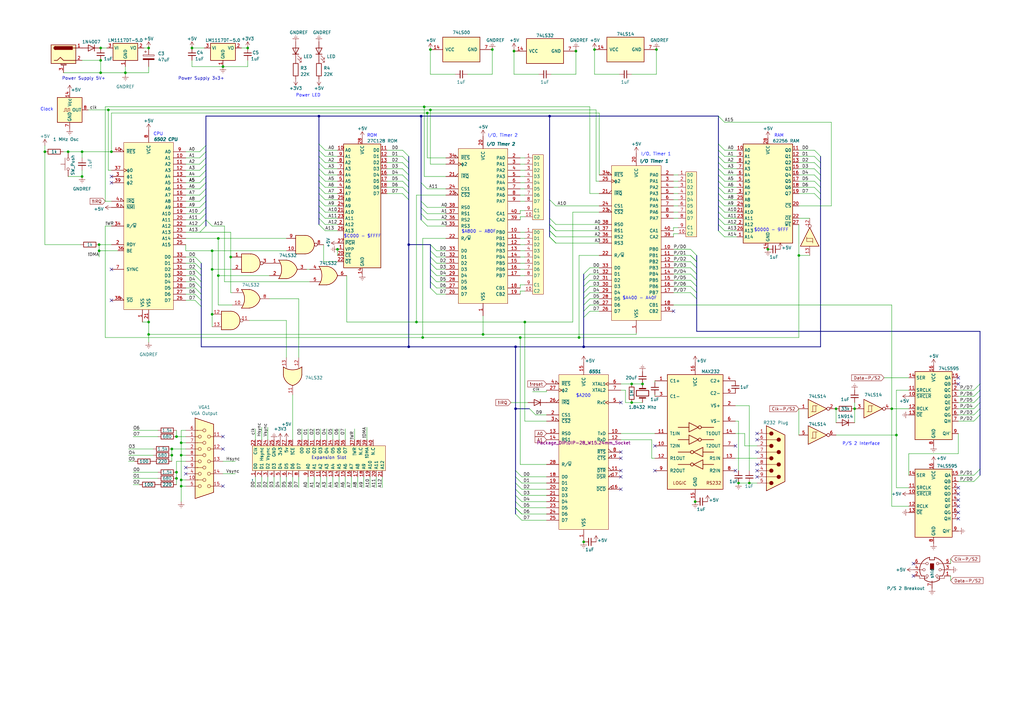
<source format=kicad_sch>
(kicad_sch (version 20230121) (generator eeschema)
  (paper "A3")
  (junction (at 201.93 20.32))
  (junction (at 170.815 132.08))
  (junction (at 74.295 181.61))
  (junction (at 167.64 100.33))
  (junction (at 72.39 196.215))
  (junction (at 259.08 165.1))
  (junction (at 33.655 72.39))
  (junction (at 176.53 45.085))
  (junction (at 198.12 137.16))
  (junction (at 18.415 62.23))
  (junction (at 40.64 102.87))
  (junction (at 225.425 47.625))
  (junction (at 263.525 157.48))
  (junction (at 86.995 128.905))
  (junction (at 215.265 132.08))
  (junction (at 327.66 104.775))
  (junction (at 94.615 105.41))
  (junction (at 60.96 137.16))
  (junction (at 33.655 62.23))
  (junction (at 367.665 178.435))
  (junction (at 211.455 142.24))
  (junction (at 41.275 29.845))
  (junction (at 41.275 19.685))
  (junction (at 237.49 138.43))
  (junction (at 176.53 20.32))
  (junction (at 130.81 47.625))
  (junction (at 60.96 132.08))
  (junction (at 239.395 222.25))
  (junction (at 167.64 142.24))
  (junction (at 51.435 29.845))
  (junction (at 213.36 138.43))
  (junction (at 269.24 20.32))
  (junction (at 60.96 19.685))
  (junction (at 41.275 24.765))
  (junction (at 243.84 20.32))
  (junction (at 89.535 97.79))
  (junction (at 72.39 193.675))
  (junction (at 101.6 19.685))
  (junction (at 307.34 198.12))
  (junction (at 89.535 113.03))
  (junction (at 74.295 186.69))
  (junction (at 236.22 20.955))
  (junction (at 350.52 167.64))
  (junction (at 285.115 205.74))
  (junction (at 72.39 179.07))
  (junction (at 211.455 167.64))
  (junction (at 342.9 167.64))
  (junction (at 27.94 62.23))
  (junction (at 74.295 199.39))
  (junction (at 74.295 196.85))
  (junction (at 175.26 46.355))
  (junction (at 40.64 100.33))
  (junction (at 70.485 184.15))
  (junction (at 365.76 167.64))
  (junction (at 91.44 27.305))
  (junction (at 86.995 110.49))
  (junction (at 70.485 186.69))
  (junction (at 78.74 19.685))
  (junction (at 314.96 102.235))
  (junction (at 138.43 102.235))
  (junction (at 172.72 47.625))
  (junction (at 239.395 142.24))
  (junction (at 173.355 138.43))
  (junction (at 44.45 45.085))
  (junction (at 45.72 62.23))
  (junction (at 173.99 43.815))
  (junction (at 302.895 198.12))
  (junction (at 210.82 20.955))
  (junction (at 86.995 102.87))
  (junction (at 259.08 157.48))
  (no_connect (at 45.72 72.39))
  (no_connect (at 45.72 123.19))
  (no_connect (at 393.065 157.48))
  (no_connect (at 268.605 182.88))
  (no_connect (at 393.065 207.645))
  (no_connect (at 301.625 182.88))
  (no_connect (at 45.72 74.93))
  (no_connect (at 91.44 179.07))
  (no_connect (at 91.44 199.39))
  (no_connect (at 310.515 180.34))
  (no_connect (at 393.065 212.725))
  (no_connect (at 254.635 200.66))
  (no_connect (at 301.625 193.04))
  (no_connect (at 76.2 191.77))
  (no_connect (at 374.65 236.22))
  (no_connect (at 310.515 190.5))
  (no_connect (at 374.65 231.14))
  (no_connect (at 254.635 195.58))
  (no_connect (at 254.635 165.1))
  (no_connect (at 254.635 187.96))
  (no_connect (at 393.065 200.025))
  (no_connect (at 91.44 184.15))
  (no_connect (at 393.065 210.185))
  (no_connect (at 310.515 185.42))
  (no_connect (at 276.225 127.635))
  (no_connect (at 254.635 193.04))
  (no_connect (at 393.065 202.565))
  (no_connect (at 45.72 110.49))
  (no_connect (at 393.065 154.94))
  (no_connect (at 310.515 195.58))
  (no_connect (at 310.515 177.8))
  (no_connect (at 393.065 205.105))
  (no_connect (at 310.515 193.04))
  (no_connect (at 254.635 185.42))
  (no_connect (at 76.2 194.31))
  (no_connect (at 268.605 193.04))
  (bus_entry (at 172.72 82.55) (size 2.54 2.54))
  (bus_entry (at 213.995 208.28) (size -2.54 -2.54))
  (bus_entry (at 399.415 165.1) (size 2.54 -2.54))
  (bus_entry (at 399.415 194.945) (size 2.54 -2.54))
  (bus_entry (at 165.1 69.215) (size 2.54 2.54))
  (bus_entry (at 399.415 170.18) (size 2.54 -2.54))
  (bus_entry (at 297.18 79.375) (size -2.54 -2.54))
  (bus_entry (at 133.35 81.915) (size -2.54 -2.54))
  (bus_entry (at 176.53 100.33) (size 2.54 2.54))
  (bus_entry (at 165.1 79.375) (size 2.54 2.54))
  (bus_entry (at 239.395 112.395) (size 2.54 -2.54))
  (bus_entry (at 239.395 127.635) (size 2.54 -2.54))
  (bus_entry (at 81.915 92.71) (size 2.54 -2.54))
  (bus_entry (at 81.915 87.63) (size 2.54 -2.54))
  (bus_entry (at 225.425 94.615) (size 2.54 2.54))
  (bus_entry (at 334.01 74.295) (size 2.54 2.54))
  (bus_entry (at 133.35 76.835) (size -2.54 -2.54))
  (bus_entry (at 297.18 76.835) (size -2.54 -2.54))
  (bus_entry (at 81.915 64.77) (size 2.54 -2.54))
  (bus_entry (at 81.915 72.39) (size 2.54 -2.54))
  (bus_entry (at 283.21 117.475) (size 2.54 2.54))
  (bus_entry (at 81.915 62.23) (size 2.54 -2.54))
  (bus_entry (at 297.18 61.595) (size -2.54 -2.54))
  (bus_entry (at 297.18 89.535) (size -2.54 -2.54))
  (bus_entry (at 283.21 107.315) (size 2.54 2.54))
  (bus_entry (at 297.18 97.155) (size -2.54 -2.54))
  (bus_entry (at 133.35 61.595) (size -2.54 -2.54))
  (bus_entry (at 80.01 123.19) (size 2.54 2.54))
  (bus_entry (at 133.35 71.755) (size -2.54 -2.54))
  (bus_entry (at 239.395 114.935) (size 2.54 -2.54))
  (bus_entry (at 165.1 71.755) (size 2.54 2.54))
  (bus_entry (at 80.01 120.65) (size 2.54 2.54))
  (bus_entry (at 80.01 115.57) (size 2.54 2.54))
  (bus_entry (at 297.18 71.755) (size -2.54 -2.54))
  (bus_entry (at 133.35 94.615) (size -2.54 -2.54))
  (bus_entry (at 239.395 120.015) (size 2.54 -2.54))
  (bus_entry (at 334.01 79.375) (size 2.54 2.54))
  (bus_entry (at 172.72 90.17) (size 2.54 2.54))
  (bus_entry (at 81.915 77.47) (size 2.54 -2.54))
  (bus_entry (at 297.18 94.615) (size -2.54 -2.54))
  (bus_entry (at 283.21 114.935) (size 2.54 2.54))
  (bus_entry (at 225.425 97.155) (size 2.54 2.54))
  (bus_entry (at 165.1 61.595) (size 2.54 2.54))
  (bus_entry (at 297.18 64.135) (size -2.54 -2.54))
  (bus_entry (at 283.21 104.775) (size 2.54 2.54))
  (bus_entry (at 165.1 66.675) (size 2.54 2.54))
  (bus_entry (at 297.18 69.215) (size -2.54 -2.54))
  (bus_entry (at 133.35 64.135) (size -2.54 -2.54))
  (bus_entry (at 172.72 74.93) (size 2.54 2.54))
  (bus_entry (at 219.71 170.18) (size -2.54 -2.54))
  (bus_entry (at 81.915 80.01) (size 2.54 -2.54))
  (bus_entry (at 297.18 74.295) (size -2.54 -2.54))
  (bus_entry (at 283.21 112.395) (size 2.54 2.54))
  (bus_entry (at 133.35 86.995) (size -2.54 -2.54))
  (bus_entry (at 334.01 66.675) (size 2.54 2.54))
  (bus_entry (at 225.425 97.155) (size 2.54 2.54))
  (bus_entry (at 172.72 87.63) (size 2.54 2.54))
  (bus_entry (at 334.01 64.135) (size 2.54 2.54))
  (bus_entry (at 133.35 89.535) (size -2.54 -2.54))
  (bus_entry (at 297.18 86.995) (size -2.54 -2.54))
  (bus_entry (at 86.995 92.71) (size -2.54 -2.54))
  (bus_entry (at 239.395 117.475) (size 2.54 -2.54))
  (bus_entry (at 297.18 50.165) (size -2.54 -2.54))
  (bus_entry (at 81.915 67.31) (size 2.54 -2.54))
  (bus_entry (at 399.415 160.02) (size 2.54 -2.54))
  (bus_entry (at 133.35 66.675) (size -2.54 -2.54))
  (bus_entry (at 80.01 113.03) (size 2.54 2.54))
  (bus_entry (at 176.53 107.95) (size 2.54 2.54))
  (bus_entry (at 213.995 195.58) (size -2.54 -2.54))
  (bus_entry (at 283.21 109.855) (size 2.54 2.54))
  (bus_entry (at 133.35 74.295) (size -2.54 -2.54))
  (bus_entry (at 81.915 82.55) (size 2.54 -2.54))
  (bus_entry (at 176.53 110.49) (size 2.54 2.54))
  (bus_entry (at 334.01 71.755) (size 2.54 2.54))
  (bus_entry (at 283.21 104.775) (size 2.54 2.54))
  (bus_entry (at 213.995 203.2) (size -2.54 -2.54))
  (bus_entry (at 297.18 84.455) (size -2.54 -2.54))
  (bus_entry (at 399.415 162.56) (size 2.54 -2.54))
  (bus_entry (at 297.18 92.075) (size -2.54 -2.54))
  (bus_entry (at 239.395 122.555) (size 2.54 -2.54))
  (bus_entry (at 176.53 102.87) (size 2.54 2.54))
  (bus_entry (at 399.415 197.485) (size 2.54 -2.54))
  (bus_entry (at 399.415 167.64) (size 2.54 -2.54))
  (bus_entry (at 239.395 130.175) (size 2.54 -2.54))
  (bus_entry (at 176.53 113.03) (size 2.54 2.54))
  (bus_entry (at 165.1 64.135) (size 2.54 2.54))
  (bus_entry (at 133.35 92.075) (size -2.54 -2.54))
  (bus_entry (at 133.35 84.455) (size -2.54 -2.54))
  (bus_entry (at 81.915 90.17) (size 2.54 -2.54))
  (bus_entry (at 213.995 210.82) (size -2.54 -2.54))
  (bus_entry (at 81.915 85.09) (size 2.54 -2.54))
  (bus_entry (at 225.425 94.615) (size 2.54 2.54))
  (bus_entry (at 81.915 74.93) (size 2.54 -2.54))
  (bus_entry (at 165.1 76.835) (size 2.54 2.54))
  (bus_entry (at 213.995 213.36) (size -2.54 -2.54))
  (bus_entry (at 80.01 118.11) (size 2.54 2.54))
  (bus_entry (at 213.995 210.82) (size -2.54 -2.54))
  (bus_entry (at 334.01 76.835) (size 2.54 2.54))
  (bus_entry (at 176.53 105.41) (size 2.54 2.54))
  (bus_entry (at 213.995 200.66) (size -2.54 -2.54))
  (bus_entry (at 334.01 61.595) (size 2.54 2.54))
  (bus_entry (at 283.21 120.015) (size 2.54 2.54))
  (bus_entry (at 225.425 81.915) (size 2.54 2.54))
  (bus_entry (at 133.35 69.215) (size -2.54 -2.54))
  (bus_entry (at 80.01 110.49) (size 2.54 2.54))
  (bus_entry (at 81.915 69.85) (size 2.54 -2.54))
  (bus_entry (at 297.18 81.915) (size -2.54 -2.54))
  (bus_entry (at 225.425 92.075) (size 2.54 2.54))
  (bus_entry (at 334.01 69.215) (size 2.54 2.54))
  (bus_entry (at 176.53 115.57) (size 2.54 2.54))
  (bus_entry (at 283.21 102.235) (size 2.54 2.54))
  (bus_entry (at 80.01 105.41) (size 2.54 2.54))
  (bus_entry (at 213.995 205.74) (size -2.54 -2.54))
  (bus_entry (at 225.425 92.075) (size 2.54 2.54))
  (bus_entry (at 165.1 74.295) (size 2.54 2.54))
  (bus_entry (at 225.425 89.535) (size 2.54 2.54))
  (bus_entry (at 213.995 198.12) (size -2.54 -2.54))
  (bus_entry (at 297.18 66.675) (size -2.54 -2.54))
  (bus_entry (at 133.35 79.375) (size -2.54 -2.54))
  (bus_entry (at 176.53 118.11) (size 2.54 2.54))
  (bus_entry (at 399.415 172.72) (size 2.54 -2.54))
  (bus_entry (at 239.395 125.095) (size 2.54 -2.54))
  (bus_entry (at 172.72 85.09) (size 2.54 2.54))
  (bus_entry (at 80.01 107.95) (size 2.54 2.54))
  (bus_entry (at 81.915 95.25) (size 2.54 -2.54))
  (wire (pts (xy 89.535 113.03) (xy 110.49 113.03)))
  (bus (pts (xy 225.425 81.915) (xy 225.425 89.535)))
  (wire (pts (xy 276.225 102.235) (xy 283.21 102.235)))
  (wire (pts (xy 95.25 125.095) (xy 89.535 125.095)))
  (bus (pts (xy 172.72 85.09) (xy 172.72 87.63)))
  (bus (pts (xy 211.455 200.66) (xy 211.455 198.12)))
  (wire (pts (xy 201.93 30.48) (xy 201.93 20.32)))
  (wire (pts (xy 76.2 92.71) (xy 81.915 92.71)))
  (wire (pts (xy 327.66 138.43) (xy 327.66 104.775)))
  (wire (pts (xy 210.82 20.955) (xy 210.82 20.32)))
  (bus (pts (xy 285.75 104.775) (xy 285.75 107.315)))
  (wire (pts (xy 44.45 45.085) (xy 176.53 45.085)))
  (wire (pts (xy 96.52 194.31) (xy 91.44 194.31)))
  (wire (pts (xy 297.18 50.165) (xy 340.995 50.165)))
  (wire (pts (xy 133.35 79.375) (xy 138.43 79.375)))
  (wire (pts (xy 179.07 107.95) (xy 182.88 107.95)))
  (wire (pts (xy 365.76 167.64) (xy 365.76 207.645)))
  (wire (pts (xy 213.36 107.95) (xy 215.265 107.95)))
  (bus (pts (xy 82.55 118.11) (xy 82.55 120.65)))
  (wire (pts (xy 276.225 117.475) (xy 283.21 117.475)))
  (bus (pts (xy 176.53 102.87) (xy 176.53 105.41)))
  (wire (pts (xy 198.12 137.16) (xy 260.985 137.16)))
  (wire (pts (xy 94.615 120.015) (xy 94.615 105.41)))
  (wire (pts (xy 327.66 66.675) (xy 334.01 66.675)))
  (wire (pts (xy 224.155 208.28) (xy 213.995 208.28)))
  (bus (pts (xy 84.455 47.625) (xy 130.81 47.625)))
  (wire (pts (xy 350.52 167.64) (xy 350.52 173.355)))
  (wire (pts (xy 18.415 59.69) (xy 18.415 62.23)))
  (wire (pts (xy 269.24 30.48) (xy 269.24 20.32)))
  (wire (pts (xy 76.2 90.17) (xy 81.915 90.17)))
  (wire (pts (xy 70.485 184.15) (xy 70.485 186.69)))
  (bus (pts (xy 84.455 64.77) (xy 84.455 67.31)))
  (wire (pts (xy 76.2 82.55) (xy 81.915 82.55)))
  (wire (pts (xy 133.35 71.755) (xy 138.43 71.755)))
  (wire (pts (xy 241.935 120.015) (xy 245.745 120.015)))
  (wire (pts (xy 89.535 125.095) (xy 89.535 113.03)))
  (wire (pts (xy 70.485 184.15) (xy 76.2 184.15)))
  (wire (pts (xy 117.475 200.025) (xy 117.475 195.58)))
  (wire (pts (xy 133.35 74.295) (xy 138.43 74.295)))
  (bus (pts (xy 172.72 87.63) (xy 172.72 90.17)))
  (wire (pts (xy 276.225 125.095) (xy 365.76 125.095)))
  (wire (pts (xy 41.275 19.685) (xy 43.815 19.685)))
  (bus (pts (xy 130.81 61.595) (xy 130.81 64.135)))
  (wire (pts (xy 128.905 175.895) (xy 128.905 180.34)))
  (wire (pts (xy 40.64 102.87) (xy 40.64 105.41)))
  (bus (pts (xy 84.455 74.93) (xy 84.455 77.47)))
  (wire (pts (xy 224.155 203.2) (xy 213.995 203.2)))
  (wire (pts (xy 141.605 200.025) (xy 141.605 195.58)))
  (wire (pts (xy 297.18 79.375) (xy 302.26 79.375)))
  (wire (pts (xy 182.88 72.39) (xy 173.99 72.39)))
  (bus (pts (xy 294.64 74.295) (xy 294.64 76.835)))
  (wire (pts (xy 224.155 210.82) (xy 213.995 210.82)))
  (wire (pts (xy 76.2 176.53) (xy 74.295 176.53)))
  (wire (pts (xy 40.64 102.87) (xy 40.64 100.33)))
  (wire (pts (xy 74.295 181.61) (xy 74.295 186.69)))
  (wire (pts (xy 142.24 113.03) (xy 142.24 132.08)))
  (wire (pts (xy 367.665 160.02) (xy 367.665 178.435)))
  (wire (pts (xy 263.525 165.1) (xy 259.08 165.1)))
  (bus (pts (xy 176.53 107.95) (xy 176.53 110.49)))
  (wire (pts (xy 76.2 105.41) (xy 80.01 105.41)))
  (bus (pts (xy 130.81 76.835) (xy 130.81 79.375)))
  (wire (pts (xy 210.82 30.48) (xy 210.82 20.955)))
  (wire (pts (xy 237.49 104.775) (xy 237.49 138.43)))
  (wire (pts (xy 76.2 102.87) (xy 76.2 100.33)))
  (bus (pts (xy 294.64 86.995) (xy 294.64 89.535)))
  (wire (pts (xy 43.18 82.55) (xy 45.72 82.55)))
  (wire (pts (xy 245.745 104.775) (xy 237.49 104.775)))
  (wire (pts (xy 112.395 200.025) (xy 112.395 195.58)))
  (wire (pts (xy 276.225 94.615) (xy 276.225 93.345)))
  (wire (pts (xy 86.995 110.49) (xy 86.995 128.905)))
  (wire (pts (xy 76.2 67.31) (xy 81.915 67.31)))
  (bus (pts (xy 84.455 77.47) (xy 84.455 80.01)))
  (wire (pts (xy 213.36 88.9) (xy 215.265 88.9)))
  (wire (pts (xy 213.36 97.79) (xy 215.265 97.79)))
  (wire (pts (xy 254.635 177.8) (xy 268.605 177.8)))
  (bus (pts (xy 84.455 67.31) (xy 84.455 69.85)))
  (wire (pts (xy 224.155 190.5) (xy 213.36 190.5)))
  (bus (pts (xy 167.64 142.24) (xy 211.455 142.24)))
  (wire (pts (xy 198.12 129.54) (xy 198.12 137.16)))
  (bus (pts (xy 172.72 47.625) (xy 172.72 74.93)))
  (wire (pts (xy 158.75 66.675) (xy 165.1 66.675)))
  (wire (pts (xy 48.26 102.87) (xy 40.64 102.87)))
  (wire (pts (xy 241.935 117.475) (xy 245.745 117.475)))
  (bus (pts (xy 84.455 82.55) (xy 84.455 85.09)))
  (wire (pts (xy 297.18 86.995) (xy 302.26 86.995)))
  (wire (pts (xy 158.75 64.135) (xy 165.1 64.135)))
  (bus (pts (xy 401.955 162.56) (xy 401.955 165.1)))
  (wire (pts (xy 297.18 92.075) (xy 302.26 92.075)))
  (wire (pts (xy 302.895 172.72) (xy 302.895 193.04)))
  (wire (pts (xy 173.355 97.79) (xy 182.88 97.79)))
  (wire (pts (xy 60.96 132.08) (xy 60.96 137.16)))
  (wire (pts (xy 276.225 95.885) (xy 278.13 95.885)))
  (wire (pts (xy 76.2 85.09) (xy 81.915 85.09)))
  (bus (pts (xy 211.455 210.82) (xy 211.455 208.28)))
  (bus (pts (xy 294.64 59.055) (xy 294.64 61.595)))
  (wire (pts (xy 259.08 30.48) (xy 269.24 30.48)))
  (wire (pts (xy 327.66 104.775) (xy 327.66 92.075)))
  (wire (pts (xy 179.07 102.87) (xy 182.88 102.87)))
  (wire (pts (xy 241.935 79.375) (xy 241.935 43.815)))
  (wire (pts (xy 133.35 86.995) (xy 138.43 86.995)))
  (wire (pts (xy 213.36 82.55) (xy 215.265 82.55)))
  (wire (pts (xy 254.635 157.48) (xy 259.08 157.48)))
  (wire (pts (xy 393.065 186.055) (xy 372.745 186.055)))
  (wire (pts (xy 179.07 115.57) (xy 182.88 115.57)))
  (wire (pts (xy 175.26 64.77) (xy 182.88 64.77)))
  (wire (pts (xy 186.69 30.48) (xy 176.53 30.48)))
  (wire (pts (xy 86.995 102.87) (xy 86.995 110.49)))
  (wire (pts (xy 175.26 46.355) (xy 175.26 64.77)))
  (wire (pts (xy 133.35 61.595) (xy 138.43 61.595)))
  (wire (pts (xy 372.745 160.02) (xy 367.665 160.02)))
  (wire (pts (xy 43.18 43.815) (xy 43.18 82.55)))
  (wire (pts (xy 241.935 114.935) (xy 245.745 114.935)))
  (bus (pts (xy 211.455 205.74) (xy 211.455 203.2)))
  (bus (pts (xy 82.55 110.49) (xy 82.55 113.03)))
  (wire (pts (xy 131.445 175.895) (xy 131.445 180.34)))
  (wire (pts (xy 268.605 161.925) (xy 268.605 162.56)))
  (wire (pts (xy 227.965 99.695) (xy 245.745 99.695)))
  (wire (pts (xy 241.935 125.095) (xy 245.745 125.095)))
  (wire (pts (xy 362.585 154.94) (xy 372.745 154.94)))
  (wire (pts (xy 179.07 105.41) (xy 182.88 105.41)))
  (bus (pts (xy 225.425 47.625) (xy 294.64 47.625)))
  (wire (pts (xy 301.625 187.96) (xy 310.515 187.96)))
  (wire (pts (xy 305.435 182.88) (xy 310.515 182.88)))
  (wire (pts (xy 389.89 238.125) (xy 389.89 236.22)))
  (wire (pts (xy 94.615 105.41) (xy 95.25 105.41)))
  (wire (pts (xy 224.155 198.12) (xy 213.995 198.12)))
  (wire (pts (xy 76.2 120.65) (xy 80.01 120.65)))
  (wire (pts (xy 133.35 84.455) (xy 138.43 84.455)))
  (bus (pts (xy 84.455 62.23) (xy 84.455 64.77)))
  (wire (pts (xy 241.935 109.855) (xy 245.745 109.855)))
  (wire (pts (xy 43.18 138.43) (xy 173.355 138.43)))
  (wire (pts (xy 227.965 94.615) (xy 245.745 94.615)))
  (wire (pts (xy 101.6 24.765) (xy 101.6 27.305)))
  (wire (pts (xy 213.36 67.31) (xy 215.265 67.31)))
  (wire (pts (xy 224.155 213.36) (xy 213.995 213.36)))
  (wire (pts (xy 389.89 229.235) (xy 389.89 231.14)))
  (wire (pts (xy 340.995 84.455) (xy 340.995 50.165)))
  (wire (pts (xy 26.035 62.23) (xy 27.94 62.23)))
  (wire (pts (xy 70.485 186.69) (xy 70.485 189.23)))
  (wire (pts (xy 179.07 113.03) (xy 182.88 113.03)))
  (wire (pts (xy 45.72 46.355) (xy 175.26 46.355)))
  (bus (pts (xy 130.81 59.055) (xy 130.81 61.595)))
  (bus (pts (xy 84.455 69.85) (xy 84.455 72.39)))
  (wire (pts (xy 133.985 175.895) (xy 133.985 180.34)))
  (wire (pts (xy 297.18 89.535) (xy 302.26 89.535)))
  (wire (pts (xy 86.995 110.49) (xy 95.25 110.49)))
  (wire (pts (xy 276.225 89.535) (xy 278.13 89.535)))
  (wire (pts (xy 146.685 200.025) (xy 146.685 195.58)))
  (wire (pts (xy 297.18 81.915) (xy 302.26 81.915)))
  (wire (pts (xy 227.965 97.155) (xy 245.745 97.155)))
  (bus (pts (xy 225.425 94.615) (xy 225.425 97.155)))
  (bus (pts (xy 294.64 64.135) (xy 294.64 66.675)))
  (bus (pts (xy 167.64 66.675) (xy 167.64 69.215)))
  (wire (pts (xy 307.34 198.12) (xy 310.515 198.12)))
  (bus (pts (xy 225.425 47.625) (xy 225.425 81.915)))
  (bus (pts (xy 167.64 100.33) (xy 167.64 142.24)))
  (bus (pts (xy 294.64 79.375) (xy 294.64 81.915)))
  (wire (pts (xy 213.36 80.01) (xy 215.265 80.01)))
  (wire (pts (xy 89.535 97.79) (xy 117.475 97.79)))
  (bus (pts (xy 336.55 79.375) (xy 336.55 81.915)))
  (bus (pts (xy 294.64 92.075) (xy 294.64 94.615)))
  (wire (pts (xy 60.96 29.845) (xy 51.435 29.845)))
  (wire (pts (xy 74.295 186.69) (xy 74.295 196.85)))
  (wire (pts (xy 60.96 29.845) (xy 60.96 27.305)))
  (wire (pts (xy 33.655 62.23) (xy 27.94 62.23)))
  (wire (pts (xy 141.605 175.895) (xy 141.605 180.34)))
  (wire (pts (xy 367.665 178.435) (xy 367.665 200.025)))
  (wire (pts (xy 170.815 132.08) (xy 215.265 132.08)))
  (wire (pts (xy 36.195 45.085) (xy 44.45 45.085)))
  (wire (pts (xy 45.72 62.23) (xy 33.655 62.23)))
  (wire (pts (xy 215.265 132.08) (xy 234.95 132.08)))
  (bus (pts (xy 130.81 86.995) (xy 130.81 89.535)))
  (wire (pts (xy 327.66 89.535) (xy 332.105 89.535)))
  (wire (pts (xy 276.225 76.835) (xy 278.13 76.835)))
  (wire (pts (xy 76.2 69.85) (xy 81.915 69.85)))
  (wire (pts (xy 92.075 92.71) (xy 92.075 115.57)))
  (wire (pts (xy 158.75 79.375) (xy 165.1 79.375)))
  (bus (pts (xy 176.53 115.57) (xy 176.53 118.11)))
  (bus (pts (xy 176.53 110.49) (xy 176.53 113.03)))
  (wire (pts (xy 33.655 72.39) (xy 27.94 72.39)))
  (bus (pts (xy 167.64 74.295) (xy 167.64 76.835)))
  (wire (pts (xy 213.36 95.25) (xy 215.265 95.25)))
  (wire (pts (xy 218.44 160.655) (xy 224.155 160.655)))
  (bus (pts (xy 225.425 92.075) (xy 225.425 94.615)))
  (wire (pts (xy 327.66 167.64) (xy 327.66 178.435)))
  (wire (pts (xy 76.2 118.11) (xy 80.01 118.11)))
  (bus (pts (xy 167.64 100.33) (xy 176.53 100.33)))
  (bus (pts (xy 82.55 125.73) (xy 82.55 142.24)))
  (wire (pts (xy 213.36 119.38) (xy 215.265 119.38)))
  (wire (pts (xy 76.2 95.25) (xy 81.915 95.25)))
  (wire (pts (xy 372.745 186.055) (xy 372.745 194.945)))
  (bus (pts (xy 225.425 89.535) (xy 225.425 92.075)))
  (bus (pts (xy 294.64 61.595) (xy 294.64 64.135)))
  (wire (pts (xy 236.22 20.955) (xy 236.22 20.32)))
  (wire (pts (xy 393.065 194.945) (xy 399.415 194.945)))
  (wire (pts (xy 74.295 186.69) (xy 76.2 186.69)))
  (wire (pts (xy 297.18 94.615) (xy 302.26 94.615)))
  (bus (pts (xy 84.455 87.63) (xy 84.455 90.17)))
  (bus (pts (xy 176.53 113.03) (xy 176.53 115.57)))
  (wire (pts (xy 220.98 30.48) (xy 210.82 30.48)))
  (wire (pts (xy 122.555 146.685) (xy 122.555 122.555)))
  (wire (pts (xy 107.315 175.26) (xy 107.315 180.34)))
  (wire (pts (xy 276.225 84.455) (xy 278.13 84.455)))
  (bus (pts (xy 82.55 123.19) (xy 82.55 125.73)))
  (wire (pts (xy 213.36 113.03) (xy 215.265 113.03)))
  (bus (pts (xy 285.75 135.89) (xy 401.955 135.89)))
  (bus (pts (xy 336.55 74.295) (xy 336.55 76.835)))
  (wire (pts (xy 133.35 94.615) (xy 138.43 94.615)))
  (wire (pts (xy 74.295 176.53) (xy 74.295 181.61)))
  (wire (pts (xy 179.07 120.65) (xy 182.88 120.65)))
  (wire (pts (xy 144.145 200.025) (xy 144.145 195.58)))
  (wire (pts (xy 54.61 193.675) (xy 64.77 193.675)))
  (wire (pts (xy 191.77 30.48) (xy 201.93 30.48)))
  (bus (pts (xy 167.64 79.375) (xy 167.64 81.915)))
  (wire (pts (xy 74.295 181.61) (xy 76.2 181.61)))
  (wire (pts (xy 101.6 27.305) (xy 91.44 27.305)))
  (wire (pts (xy 40.64 100.33) (xy 45.72 100.33)))
  (wire (pts (xy 133.35 89.535) (xy 138.43 89.535)))
  (bus (pts (xy 239.395 127.635) (xy 239.395 130.175)))
  (wire (pts (xy 393.065 167.64) (xy 399.415 167.64)))
  (wire (pts (xy 133.35 81.915) (xy 138.43 81.915)))
  (wire (pts (xy 297.18 61.595) (xy 302.26 61.595)))
  (bus (pts (xy 285.75 109.855) (xy 285.75 112.395)))
  (wire (pts (xy 254 30.48) (xy 243.84 30.48)))
  (bus (pts (xy 82.55 120.65) (xy 82.55 123.19)))
  (wire (pts (xy 297.18 76.835) (xy 302.26 76.835)))
  (bus (pts (xy 130.81 89.535) (xy 130.81 92.075)))
  (wire (pts (xy 89.535 97.79) (xy 89.535 113.03)))
  (wire (pts (xy 126.365 175.895) (xy 126.365 180.34)))
  (wire (pts (xy 301.625 172.72) (xy 302.895 172.72)))
  (wire (pts (xy 41.275 24.765) (xy 41.275 29.845)))
  (bus (pts (xy 294.64 89.535) (xy 294.64 92.075)))
  (wire (pts (xy 213.36 87.63) (xy 213.36 86.36)))
  (bus (pts (xy 211.455 142.24) (xy 239.395 142.24)))
  (wire (pts (xy 173.355 97.79) (xy 173.355 138.43)))
  (wire (pts (xy 213.36 90.17) (xy 213.36 88.9)))
  (wire (pts (xy 138.43 102.235) (xy 138.43 104.775)))
  (bus (pts (xy 82.55 113.03) (xy 82.55 115.57)))
  (bus (pts (xy 401.955 160.02) (xy 401.955 162.56)))
  (wire (pts (xy 76.2 115.57) (xy 80.01 115.57)))
  (bus (pts (xy 130.81 71.755) (xy 130.81 74.295)))
  (wire (pts (xy 241.935 112.395) (xy 245.745 112.395)))
  (wire (pts (xy 51.435 30.48) (xy 51.435 29.845)))
  (wire (pts (xy 307.34 166.37) (xy 307.34 193.04)))
  (bus (pts (xy 172.72 47.625) (xy 225.425 47.625)))
  (wire (pts (xy 213.36 64.77) (xy 215.265 64.77)))
  (wire (pts (xy 78.74 19.685) (xy 83.82 19.685)))
  (wire (pts (xy 78.74 27.305) (xy 78.74 24.765)))
  (wire (pts (xy 26.035 29.845) (xy 41.275 29.845)))
  (wire (pts (xy 175.26 92.71) (xy 182.88 92.71)))
  (bus (pts (xy 285.75 107.315) (xy 285.75 109.855)))
  (wire (pts (xy 74.295 199.39) (xy 74.295 205.74)))
  (wire (pts (xy 104.775 175.895) (xy 104.775 180.34)))
  (bus (pts (xy 285.75 122.555) (xy 285.75 135.89)))
  (wire (pts (xy 260.985 137.16) (xy 260.985 136.525)))
  (wire (pts (xy 297.18 66.675) (xy 302.26 66.675)))
  (bus (pts (xy 294.64 71.755) (xy 294.64 74.295)))
  (wire (pts (xy 213.36 86.36) (xy 215.265 86.36)))
  (wire (pts (xy 176.53 30.48) (xy 176.53 20.32)))
  (wire (pts (xy 219.71 170.18) (xy 224.155 170.18)))
  (wire (pts (xy 365.76 167.64) (xy 372.745 167.64)))
  (bus (pts (xy 130.81 74.295) (xy 130.81 76.835)))
  (wire (pts (xy 92.075 115.57) (xy 127 115.57)))
  (bus (pts (xy 130.81 66.675) (xy 130.81 69.215)))
  (bus (pts (xy 84.455 85.09) (xy 84.455 87.63)))
  (wire (pts (xy 327.66 71.755) (xy 334.01 71.755)))
  (wire (pts (xy 54.61 179.07) (xy 64.77 179.07)))
  (bus (pts (xy 130.81 84.455) (xy 130.81 86.995)))
  (bus (pts (xy 401.955 192.405) (xy 401.955 194.945)))
  (wire (pts (xy 122.555 200.025) (xy 122.555 195.58)))
  (bus (pts (xy 401.955 165.1) (xy 401.955 167.64)))
  (wire (pts (xy 158.75 69.215) (xy 165.1 69.215)))
  (wire (pts (xy 158.75 71.755) (xy 165.1 71.755)))
  (wire (pts (xy 33.655 69.85) (xy 33.655 72.39)))
  (wire (pts (xy 175.26 85.09) (xy 182.88 85.09)))
  (wire (pts (xy 213.36 77.47) (xy 215.265 77.47)))
  (wire (pts (xy 224.155 200.66) (xy 213.995 200.66)))
  (bus (pts (xy 294.64 69.215) (xy 294.64 71.755)))
  (bus (pts (xy 130.81 69.215) (xy 130.81 71.755)))
  (wire (pts (xy 151.765 200.025) (xy 151.765 195.58)))
  (wire (pts (xy 342.9 178.435) (xy 367.665 178.435)))
  (bus (pts (xy 239.395 120.015) (xy 239.395 122.555)))
  (wire (pts (xy 59.055 19.685) (xy 60.96 19.685)))
  (wire (pts (xy 43.18 43.815) (xy 173.99 43.815)))
  (wire (pts (xy 259.08 157.48) (xy 263.525 157.48)))
  (bus (pts (xy 239.395 122.555) (xy 239.395 125.095)))
  (wire (pts (xy 95.25 120.015) (xy 94.615 120.015)))
  (wire (pts (xy 276.225 107.315) (xy 283.21 107.315)))
  (bus (pts (xy 211.455 198.12) (xy 211.455 195.58)))
  (bus (pts (xy 130.81 79.375) (xy 130.81 81.915)))
  (wire (pts (xy 301.625 166.37) (xy 307.34 166.37)))
  (wire (pts (xy 74.295 196.85) (xy 74.295 199.39)))
  (bus (pts (xy 167.64 71.755) (xy 167.64 74.295)))
  (wire (pts (xy 213.36 118.11) (xy 213.36 116.84)))
  (wire (pts (xy 52.705 186.69) (xy 62.865 186.69)))
  (wire (pts (xy 41.275 29.845) (xy 51.435 29.845)))
  (bus (pts (xy 401.955 170.18) (xy 401.955 192.405)))
  (bus (pts (xy 167.64 69.215) (xy 167.64 71.755)))
  (wire (pts (xy 393.065 160.02) (xy 399.415 160.02)))
  (wire (pts (xy 133.35 66.675) (xy 138.43 66.675)))
  (wire (pts (xy 244.475 45.085) (xy 244.475 74.295)))
  (wire (pts (xy 276.225 114.935) (xy 283.21 114.935)))
  (bus (pts (xy 84.455 80.01) (xy 84.455 82.55)))
  (wire (pts (xy 136.525 200.025) (xy 136.525 195.58)))
  (wire (pts (xy 175.26 46.355) (xy 245.745 46.355)))
  (wire (pts (xy 33.655 24.765) (xy 41.275 24.765)))
  (wire (pts (xy 109.855 175.26) (xy 109.855 180.34)))
  (wire (pts (xy 213.36 69.85) (xy 215.265 69.85)))
  (wire (pts (xy 301.625 177.8) (xy 305.435 177.8)))
  (wire (pts (xy 175.26 87.63) (xy 182.88 87.63)))
  (wire (pts (xy 86.995 102.87) (xy 117.475 102.87)))
  (wire (pts (xy 256.54 160.02) (xy 256.54 165.1)))
  (wire (pts (xy 179.07 118.11) (xy 182.88 118.11)))
  (wire (pts (xy 227.965 92.075) (xy 245.745 92.075)))
  (bus (pts (xy 401.955 135.89) (xy 401.955 157.48)))
  (bus (pts (xy 211.455 167.64) (xy 211.455 193.04)))
  (bus (pts (xy 285.75 117.475) (xy 285.75 120.015)))
  (wire (pts (xy 132.715 107.315) (xy 138.43 107.315)))
  (wire (pts (xy 99.06 19.685) (xy 101.6 19.685)))
  (wire (pts (xy 276.225 81.915) (xy 278.13 81.915)))
  (wire (pts (xy 267.335 180.34) (xy 267.335 187.96)))
  (wire (pts (xy 33.02 100.33) (xy 18.415 100.33)))
  (wire (pts (xy 173.99 72.39) (xy 173.99 43.815)))
  (wire (pts (xy 254.635 180.34) (xy 267.335 180.34)))
  (bus (pts (xy 239.395 114.935) (xy 239.395 117.475)))
  (wire (pts (xy 86.995 92.71) (xy 92.075 92.71)))
  (wire (pts (xy 154.305 200.025) (xy 154.305 195.58)))
  (bus (pts (xy 239.395 112.395) (xy 239.395 114.935)))
  (wire (pts (xy 297.18 69.215) (xy 302.26 69.215)))
  (wire (pts (xy 126.365 200.025) (xy 126.365 195.58)))
  (bus (pts (xy 82.55 115.57) (xy 82.55 118.11)))
  (bus (pts (xy 172.72 82.55) (xy 172.72 85.09)))
  (wire (pts (xy 170.815 80.01) (xy 170.815 132.08)))
  (wire (pts (xy 156.845 200.025) (xy 156.845 195.58)))
  (wire (pts (xy 276.225 79.375) (xy 278.13 79.375)))
  (wire (pts (xy 81.915 95.25) (xy 94.615 95.25)))
  (wire (pts (xy 133.985 200.025) (xy 133.985 195.58)))
  (wire (pts (xy 244.475 74.295) (xy 245.745 74.295)))
  (wire (pts (xy 76.2 97.79) (xy 89.535 97.79)))
  (wire (pts (xy 72.39 179.07) (xy 76.2 179.07)))
  (wire (pts (xy 213.36 120.65) (xy 213.36 119.38)))
  (wire (pts (xy 76.2 64.77) (xy 81.915 64.77)))
  (wire (pts (xy 215.265 132.08) (xy 215.265 172.72)))
  (wire (pts (xy 213.36 190.5) (xy 213.36 138.43)))
  (wire (pts (xy 44.45 69.85) (xy 44.45 45.085)))
  (bus (pts (xy 239.395 125.095) (xy 239.395 127.635)))
  (wire (pts (xy 276.225 74.295) (xy 278.13 74.295)))
  (wire (pts (xy 72.39 189.23) (xy 72.39 193.675)))
  (wire (pts (xy 350.52 165.1) (xy 350.52 167.64)))
  (bus (pts (xy 84.455 59.69) (xy 84.455 62.23)))
  (wire (pts (xy 128.905 200.025) (xy 128.905 195.58)))
  (wire (pts (xy 74.295 199.39) (xy 76.2 199.39)))
  (wire (pts (xy 117.475 131.445) (xy 117.475 146.685)))
  (bus (pts (xy 130.81 64.135) (xy 130.81 66.675)))
  (bus (pts (xy 82.55 142.24) (xy 167.64 142.24)))
  (bus (pts (xy 336.55 76.835) (xy 336.55 79.375)))
  (wire (pts (xy 176.53 67.31) (xy 176.53 45.085)))
  (wire (pts (xy 76.2 72.39) (xy 81.915 72.39)))
  (wire (pts (xy 297.18 74.295) (xy 302.26 74.295)))
  (wire (pts (xy 176.53 45.085) (xy 244.475 45.085)))
  (bus (pts (xy 82.55 107.95) (xy 82.55 110.49)))
  (wire (pts (xy 94.615 105.41) (xy 94.615 95.25)))
  (wire (pts (xy 76.2 123.19) (xy 80.01 123.19)))
  (bus (pts (xy 401.955 167.64) (xy 401.955 170.18)))
  (wire (pts (xy 268.605 156.21) (xy 268.605 156.845)))
  (wire (pts (xy 149.225 200.025) (xy 149.225 195.58)))
  (wire (pts (xy 76.2 113.03) (xy 80.01 113.03)))
  (wire (pts (xy 302.895 198.12) (xy 307.34 198.12)))
  (wire (pts (xy 297.18 97.155) (xy 302.26 97.155)))
  (wire (pts (xy 72.39 196.215) (xy 72.39 198.755)))
  (wire (pts (xy 224.155 195.58) (xy 213.995 195.58)))
  (wire (pts (xy 276.225 120.015) (xy 283.21 120.015)))
  (bus (pts (xy 84.455 72.39) (xy 84.455 74.93)))
  (wire (pts (xy 226.06 30.48) (xy 236.22 30.48)))
  (bus (pts (xy 294.64 76.835) (xy 294.64 79.375)))
  (wire (pts (xy 327.66 61.595) (xy 334.01 61.595)))
  (wire (pts (xy 327.66 64.135) (xy 334.01 64.135)))
  (wire (pts (xy 276.225 112.395) (xy 283.21 112.395)))
  (wire (pts (xy 175.26 77.47) (xy 182.88 77.47)))
  (bus (pts (xy 211.455 203.2) (xy 211.455 200.66)))
  (bus (pts (xy 167.64 81.915) (xy 167.64 100.33)))
  (wire (pts (xy 117.475 131.445) (xy 102.235 131.445)))
  (wire (pts (xy 72.39 193.675) (xy 72.39 196.215)))
  (wire (pts (xy 125.73 110.49) (xy 127 110.49)))
  (wire (pts (xy 45.72 69.85) (xy 44.45 69.85)))
  (wire (pts (xy 236.22 30.48) (xy 236.22 20.955)))
  (wire (pts (xy 131.445 200.025) (xy 131.445 195.58)))
  (wire (pts (xy 305.435 177.8) (xy 305.435 182.88)))
  (wire (pts (xy 393.065 170.18) (xy 399.415 170.18)))
  (wire (pts (xy 245.745 46.355) (xy 245.745 71.755)))
  (wire (pts (xy 145.415 175.895) (xy 145.415 180.34)))
  (bus (pts (xy 239.395 130.175) (xy 239.395 142.24)))
  (bus (pts (xy 294.64 47.625) (xy 294.64 59.055)))
  (wire (pts (xy 241.935 122.555) (xy 245.745 122.555)))
  (bus (pts (xy 294.64 84.455) (xy 294.64 86.995)))
  (wire (pts (xy 76.2 62.23) (xy 81.915 62.23)))
  (wire (pts (xy 342.9 167.64) (xy 342.9 173.355)))
  (wire (pts (xy 96.52 189.23) (xy 91.44 189.23)))
  (wire (pts (xy 276.225 97.155) (xy 276.225 95.885)))
  (wire (pts (xy 76.2 87.63) (xy 81.915 87.63)))
  (wire (pts (xy 276.225 71.755) (xy 278.13 71.755)))
  (wire (pts (xy 43.18 92.71) (xy 43.18 138.43)))
  (wire (pts (xy 114.935 200.025) (xy 114.935 195.58)))
  (wire (pts (xy 237.49 138.43) (xy 327.66 138.43)))
  (wire (pts (xy 245.745 79.375) (xy 241.935 79.375)))
  (bus (pts (xy 285.75 114.935) (xy 285.75 117.475)))
  (wire (pts (xy 254.635 160.02) (xy 256.54 160.02)))
  (wire (pts (xy 393.065 197.485) (xy 399.415 197.485)))
  (wire (pts (xy 297.18 84.455) (xy 302.26 84.455)))
  (wire (pts (xy 133.35 92.075) (xy 138.43 92.075)))
  (wire (pts (xy 74.295 196.85) (xy 76.2 196.85)))
  (wire (pts (xy 52.705 184.15) (xy 62.865 184.15)))
  (bus (pts (xy 211.455 195.58) (xy 211.455 193.04)))
  (wire (pts (xy 213.36 72.39) (xy 215.265 72.39)))
  (wire (pts (xy 45.72 62.23) (xy 45.72 46.355)))
  (wire (pts (xy 76.2 189.23) (xy 72.39 189.23)))
  (wire (pts (xy 76.2 74.93) (xy 81.915 74.93)))
  (bus (pts (xy 211.455 167.64) (xy 217.17 167.64)))
  (wire (pts (xy 327.66 69.215) (xy 334.01 69.215)))
  (wire (pts (xy 76.2 80.01) (xy 81.915 80.01)))
  (bus (pts (xy 336.55 66.675) (xy 336.55 69.215)))
  (wire (pts (xy 104.775 200.025) (xy 104.775 195.58)))
  (wire (pts (xy 120.015 161.925) (xy 120.015 180.34)))
  (wire (pts (xy 297.18 64.135) (xy 302.26 64.135)))
  (wire (pts (xy 327.66 76.835) (xy 334.01 76.835)))
  (wire (pts (xy 173.355 138.43) (xy 213.36 138.43)))
  (wire (pts (xy 107.315 200.025) (xy 107.315 195.58)))
  (bus (pts (xy 84.455 90.17) (xy 84.455 92.71)))
  (wire (pts (xy 393.065 165.1) (xy 399.415 165.1)))
  (wire (pts (xy 158.75 61.595) (xy 165.1 61.595)))
  (bus (pts (xy 294.64 66.675) (xy 294.64 69.215)))
  (wire (pts (xy 91.44 27.305) (xy 78.74 27.305)))
  (wire (pts (xy 139.065 200.025) (xy 139.065 195.58)))
  (wire (pts (xy 276.225 104.775) (xy 283.21 104.775)))
  (wire (pts (xy 224.155 205.74) (xy 213.995 205.74)))
  (wire (pts (xy 276.225 109.855) (xy 283.21 109.855)))
  (wire (pts (xy 297.18 71.755) (xy 302.26 71.755)))
  (wire (pts (xy 213.36 105.41) (xy 215.265 105.41)))
  (bus (pts (xy 176.53 105.41) (xy 176.53 107.95)))
  (bus (pts (xy 167.64 76.835) (xy 167.64 79.375)))
  (wire (pts (xy 256.54 165.1) (xy 259.08 165.1)))
  (wire (pts (xy 213.36 138.43) (xy 237.49 138.43)))
  (wire (pts (xy 393.065 177.8) (xy 393.065 186.055)))
  (wire (pts (xy 213.36 102.87) (xy 215.265 102.87)))
  (wire (pts (xy 372.745 207.645) (xy 365.76 207.645)))
  (bus (pts (xy 401.955 157.48) (xy 401.955 160.02)))
  (wire (pts (xy 224.155 160.02) (xy 224.155 160.655)))
  (wire (pts (xy 122.555 122.555) (xy 110.49 122.555)))
  (wire (pts (xy 76.2 110.49) (xy 80.01 110.49)))
  (bus (pts (xy 211.455 142.24) (xy 211.455 167.64)))
  (bus (pts (xy 130.81 47.625) (xy 172.72 47.625)))
  (wire (pts (xy 158.75 76.835) (xy 165.1 76.835)))
  (wire (pts (xy 51.435 29.845) (xy 51.435 27.305)))
  (wire (pts (xy 58.42 132.08) (xy 60.96 132.08)))
  (wire (pts (xy 76.2 77.47) (xy 81.915 77.47)))
  (wire (pts (xy 327.66 104.775) (xy 332.105 104.775)))
  (bus (pts (xy 211.455 208.28) (xy 211.455 205.74)))
  (bus (pts (xy 239.395 117.475) (xy 239.395 120.015)))
  (wire (pts (xy 139.065 175.895) (xy 139.065 180.34)))
  (bus (pts (xy 285.75 112.395) (xy 285.75 114.935)))
  (bus (pts (xy 336.55 81.915) (xy 336.55 142.24)))
  (wire (pts (xy 245.745 86.995) (xy 234.95 86.995)))
  (wire (pts (xy 52.705 189.23) (xy 55.245 189.23)))
  (bus (pts (xy 130.81 47.625) (xy 130.81 59.055)))
  (wire (pts (xy 76.2 107.95) (xy 80.01 107.95)))
  (bus (pts (xy 84.455 47.625) (xy 84.455 59.69)))
  (wire (pts (xy 213.36 116.84) (xy 215.265 116.84)))
  (wire (pts (xy 276.225 93.345) (xy 278.13 93.345)))
  (wire (pts (xy 234.95 86.995) (xy 234.95 132.08)))
  (bus (pts (xy 285.75 120.015) (xy 285.75 122.555)))
  (wire (pts (xy 33.655 64.77) (xy 33.655 62.23)))
  (wire (pts (xy 209.55 165.1) (xy 216.535 165.1)))
  (wire (pts (xy 142.24 132.08) (xy 170.815 132.08)))
  (wire (pts (xy 109.855 200.025) (xy 109.855 195.58)))
  (wire (pts (xy 120.015 200.025) (xy 120.015 195.58)))
  (wire (pts (xy 133.35 69.215) (xy 138.43 69.215)))
  (wire (pts (xy 60.96 140.335) (xy 60.96 137.16)))
  (wire (pts (xy 243.84 30.48) (xy 243.84 20.32)))
  (wire (pts (xy 227.965 84.455) (xy 245.745 84.455)))
  (wire (pts (xy 327.66 74.295) (xy 334.01 74.295)))
  (wire (pts (xy 136.525 175.895) (xy 136.525 180.34)))
  (wire (pts (xy 241.935 127.635) (xy 245.745 127.635)))
  (wire (pts (xy 182.88 67.31) (xy 176.53 67.31)))
  (wire (pts (xy 133.35 64.135) (xy 138.43 64.135)))
  (wire (pts (xy 327.66 79.375) (xy 334.01 79.375)))
  (wire (pts (xy 170.815 80.01) (xy 182.88 80.01)))
  (wire (pts (xy 276.225 86.995) (xy 278.13 86.995)))
  (bus (pts (xy 294.64 81.915) (xy 294.64 84.455)))
  (wire (pts (xy 393.065 162.56) (xy 399.415 162.56)))
  (wire (pts (xy 86.995 128.905) (xy 86.995 133.985)))
  (wire (pts (xy 365.76 125.095) (xy 365.76 167.64)))
  (wire (pts (xy 60.96 137.16) (xy 198.12 137.16)))
  (wire (pts (xy 45.72 92.71) (xy 43.18 92.71)))
  (wire (pts (xy 54.61 176.53) (xy 64.77 176.53)))
  (bus (pts (xy 130.81 81.915) (xy 130.81 84.455)))
  (wire (pts (xy 158.75 74.295) (xy 165.1 74.295)))
  (wire (pts (xy 367.665 200.025) (xy 372.745 200.025)))
  (wire (pts (xy 54.61 196.215) (xy 64.77 196.215)))
  (wire (pts (xy 150.495 175.26) (xy 150.495 180.34)))
  (bus (pts (xy 167.64 64.135) (xy 167.64 66.675)))
  (wire (pts (xy 213.36 74.93) (xy 215.265 74.93)))
  (wire (pts (xy 267.335 187.96) (xy 268.605 187.96)))
  (bus (pts (xy 172.72 74.93) (xy 172.72 82.55)))
  (wire (pts (xy 393.065 172.72) (xy 399.415 172.72)))
  (wire (pts (xy 327.66 84.455) (xy 340.995 84.455)))
  (wire (pts (xy 72.39 176.53) (xy 72.39 179.07)))
  (wire (pts (xy 123.825 175.895) (xy 123.825 180.34)))
  (wire (pts (xy 179.07 110.49) (xy 182.88 110.49)))
  (wire (pts (xy 132.715 100.33) (xy 132.715 107.315)))
  (bus (pts (xy 239.395 142.24) (xy 336.55 142.24)))
  (bus (pts (xy 336.55 64.135) (xy 336.55 66.675)))
  (bus (pts (xy 336.55 69.215) (xy 336.55 71.755)))
  (wire (pts (xy 76.2 102.87) (xy 86.995 102.87)))
  (wire (pts (xy 18.415 100.33) (xy 18.415 62.23)))
  (wire (pts (xy 213.36 100.33) (xy 215.265 100.33)))
  (bus (pts (xy 336.55 71.755) (xy 336.55 74.295)))
  (bus (pts (xy 176.53 100.33) (xy 176.53 102.87)))
  (wire (pts (xy 173.99 43.815) (xy 241.935 43.815)))
  (wire (pts (xy 133.35 76.835) (xy 138.43 76.835)))
  (wire (pts (xy 213.36 110.49) (xy 215.265 110.49)))
  (wire (pts (xy 224.155 172.72) (xy 215.265 172.72)))
  (wire (pts (xy 175.26 90.17) (xy 182.88 90.17)))
  (wire (pts (xy 54.61 198.755) (xy 57.15 198.755)))
  (text "Expansion Slot\n" (at 127.635 188.595 0) (effects (font (size 1.27 1.27)) (justify left bottom)))
  (text "Power Supply 3v3+" (at 73.025 33.02 0) (effects (font (size 1.27 1.27)) (justify left bottom)))
  (text "Power Supply 5V+" (at 25.4 33.02 0) (effects (font (size 1.27 1.27)) (justify left bottom)))
  (label "P{slash}D0" (at 276.225 102.235 0))
  (label "CPU" (at 62.865 55.88 0))
  (label "!WR" (at 145.415 180.34 90))
  (label "D1" (at 77.47 107.95 0))
  (label "O2" (at 54.61 198.755 0))
  (label "D6" (at 328.93 76.835 0))
  (label "A13" (at 77.47 95.25 0))
  (label "I{slash}O, Timer 2" (at 200.025 56.515 0))
  (label "D7" (at 160.655 79.375 0))
  (label "D3" (at 243.205 117.475 0))
  (label "A8" (at 146.685 200.025 90))
  (label "A5" (at 139.065 200.025 90))
  (label "A4" (at 77.47 72.39 0))
  (label "D1" (at 328.93 64.135 0))
  (label "$A400 - A40F" (at 255.27 123.19 0))
  (label "O6" (at 139.065 178.435 90))
  (label "A2" (at 180.975 90.17 0))
  (label "D4" (at 77.47 115.57 0))
  (label "O2" (at 128.905 178.435 90))
  (label "A13" (at 133.35 94.615 0))
  (label "O5" (at 52.705 189.23 0))
  (label "A1" (at 77.47 64.77 0))
  (label "A4" (at 298.45 71.755 0))
  (label "RAM" (at 317.5 56.515 0))
  (label "Clock" (at 16.51 45.72 0))
  (label "D0" (at 104.775 200.025 90))
  (label "P{slash}D2" (at 276.225 107.315 0))
  (label "A7" (at 298.45 79.375 0))
  (label "D6" (at 120.015 200.025 90))
  (label "A6" (at 77.47 77.47 0))
  (label "D2" (at 160.655 66.675 0))
  (label "D1" (at 160.655 64.135 0))
  (label "O3" (at 131.445 178.435 90))
  (label "A7" (at 144.145 200.025 90))
  (label "A13" (at 298.45 94.615 0))
  (label "!WR" (at 43.18 92.71 0))
  (label "D5" (at 243.205 122.555 0))
  (label "A9" (at 77.47 85.09 0))
  (label "A4" (at 134.62 71.755 0))
  (label "D6" (at 77.47 120.65 0))
  (label "O7" (at 54.61 179.07 0))
  (label "A0" (at 243.84 92.075 0))
  (label "A1" (at 134.62 64.135 0))
  (label "A11" (at 298.45 89.535 0))
  (label "O7" (at 141.605 178.435 90))
  (label "D0" (at 214.63 195.58 0))
  (label "D1" (at 180.34 105.41 0))
  (label "$A200" (at 236.22 163.195 0))
  (label "D5" (at 117.475 200.025 90))
  (label "D7" (at 122.555 200.025 90))
  (label "Hsync" (at 107.315 179.07 90))
  (label "clk" (at 104.775 178.435 90))
  (label "O0" (at 54.61 193.675 0))
  (label "A0" (at 180.975 85.09 0))
  (label "O1" (at 126.365 178.435 90))
  (label "A1" (at 243.84 94.615 0))
  (label "D2" (at 180.34 107.95 0))
  (label "A1" (at 128.905 200.025 90))
  (label "$A800 - A80F" (at 189.23 95.885 0))
  (label "A11" (at 175.895 77.47 0))
  (label "$C000 - $FFFF" (at 140.97 97.79 0))
  (label "D4" (at 114.935 200.025 90))
  (label "A12" (at 134.62 92.075 0))
  (label "D1" (at 214.63 198.12 0))
  (label "D7" (at 77.47 123.19 0))
  (label "A3" (at 133.985 200.025 90))
  (label "O6" (at 54.61 176.53 0))
  (label "A0" (at 298.45 61.595 0))
  (label "A5" (at 77.47 74.93 0))
  (label "D4" (at 243.205 120.015 0))
  (label "D5" (at 328.93 74.295 0))
  (label "A2" (at 77.47 67.31 0))
  (label "D1" (at 107.315 200.025 90))
  (label "O0" (at 123.825 178.435 90))
  (label "A6" (at 141.605 200.025 90))
  (label "D6" (at 243.205 125.095 0))
  (label "O4" (at 52.705 186.69 0))
  (label "A6" (at 298.45 76.835 0))
  (label "A0" (at 134.62 61.595 0))
  (label "A11" (at 77.47 90.17 0))
  (label "P{slash}D7" (at 393.7 160.02 0))
  (label "D3" (at 112.395 200.025 90))
  (label "D7" (at 243.205 127.635 0))
  (label "!DMA" (at 150.495 179.705 90))
  (label "A10" (at 151.765 200.025 90))
  (label "A10" (at 77.47 87.63 0))
  (label "A9" (at 298.45 84.455 0))
  (label "ROM" (at 150.495 56.515 0))
  (label "P{slash}D7" (at 276.225 120.015 0))
  (label "A3" (at 77.47 69.85 0))
  (label "D5" (at 160.655 74.295 0))
  (label "A5" (at 77.47 74.93 0))
  (label "A0" (at 126.365 200.025 90))
  (label "A11" (at 154.305 200.025 90))
  (label "D3" (at 77.47 113.03 0))
  (label "A8" (at 134.62 81.915 0))
  (label "A3" (at 243.84 99.695 0))
  (label "!DMA" (at 40.64 105.41 180))
  (label "P{slash}D1" (at 393.7 194.945 0))
  (label "D7" (at 180.34 120.65 0))
  (label "D6" (at 180.34 118.11 0))
  (label "A4" (at 136.525 200.025 90))
  (label "P{slash}D6" (at 393.7 162.56 0))
  (label "A5" (at 298.45 74.295 0))
  (label "A10" (at 228.6 84.455 0))
  (label "D0" (at 160.655 61.595 0))
  (label "A3" (at 298.45 69.215 0))
  (label "P{slash}D5" (at 393.7 165.1 0))
  (label "A6" (at 134.62 76.835 0))
  (label "Power LED" (at 121.285 40.005 0))
  (label "A7" (at 134.62 79.375 0))
  (label "D3" (at 328.93 69.215 0))
  (label "D5" (at 180.34 115.57 0))
  (label "Hsync" (at 92.71 189.23 0))
  (label "P{slash}D2" (at 393.7 172.72 0))
  (label "O5" (at 136.525 178.435 90))
  (label "D0" (at 77.47 105.41 0))
  (label "Vsync" (at 109.855 179.07 90))
  (label "D0" (at 328.93 61.595 0))
  (label "P{slash}D4" (at 276.225 112.395 0))
  (label "P{slash}D4" (at 393.7 167.64 0))
  (label "A3" (at 134.62 69.215 0))
  (label "$0000 - 9FFF" (at 309.245 95.25 0))
  (label "D5" (at 77.47 118.11 0))
  (label "D4" (at 180.34 113.03 0))
  (label "A2" (at 131.445 200.025 90))
  (label "D1" (at 243.205 112.395 0))
  (label "A15" (at 297.18 50.165 0))
  (label "A1" (at 180.975 87.63 0))
  (label "A12" (at 298.45 92.075 0))
  (label "D4" (at 214.63 205.74 0))
  (label "A3" (at 180.975 92.71 0))
  (label "A10" (at 134.62 86.995 0))
  (label "D6" (at 214.63 210.82 0))
  (label "D5" (at 214.63 208.28 0))
  (label "D7" (at 214.63 213.36 0))
  (label "A2" (at 243.84 97.155 0))
  (label "P{slash}D1" (at 276.225 104.775 0))
  (label "A9" (at 134.62 84.455 0))
  (label "D9" (at 219.71 170.18 0))
  (label "P{slash}D3" (at 276.225 109.855 0))
  (label "P{slash}D3" (at 393.7 170.18 0))
  (label "A2" (at 298.45 66.675 0))
  (label "A10" (at 298.45 86.995 0))
  (label "D3" (at 214.63 203.2 0))
  (label "D0" (at 243.205 109.855 0))
  (label "D3" (at 180.34 110.49 0))
  (label "A7" (at 77.47 80.01 0))
  (label "D2" (at 328.93 66.675 0))
  (label "D2" (at 243.205 114.935 0))
  (label "D4" (at 328.93 71.755 0))
  (label "O1" (at 54.61 196.215 0))
  (label "A12" (at 91.44 92.71 180))
  (label "Vsync" (at 92.71 194.31 0))
  (label "O4" (at 133.985 178.435 90))
  (label "A8" (at 77.47 82.55 0))
  (label "P{slash}D0" (at 393.7 197.485 0))
  (label "A14" (at 298.45 97.155 0))
  (label "D6" (at 160.655 76.835 0))
  (label "A0" (at 77.47 62.23 0))
  (label "A12" (at 156.845 200.025 90))
  (label "D7" (at 328.93 79.375 0))
  (label "P{slash}D6" (at 276.225 117.475 0))
  (label "P{slash}S 2 Interface" (at 345.44 182.88 0))
  (label "D2" (at 214.63 200.66 0))
  (label "D4" (at 160.655 71.755 0))
  (label "D2" (at 77.47 110.49 0))
  (label "I{slash}O, Timer 1" (at 262.89 64.135 0))
  (label "clk" (at 36.83 45.085 0))
  (label "A2" (at 134.62 66.675 0))
  (label "O3" (at 52.705 184.15 0))
  (label "clk" (at 218.44 160.655 0))
  (label "A12" (at 77.47 92.71 0))
  (label "D0" (at 180.34 102.87 0))
  (label "P{slash}D5" (at 276.225 114.935 0))
  (label "A8" (at 298.45 81.915 0))
  (label "D2" (at 109.855 200.025 90))
  (label "A11" (at 134.62 89.535 0))
  (label "A1" (at 298.45 64.135 0))
  (label "A5" (at 134.62 74.295 0))
  (label "D3" (at 160.655 69.215 0))
  (label "A9" (at 149.225 200.025 90))
  (global_label "Clk-P{slash}S2" (shape input) (at 327.66 167.64 180) (property "Intersheetrefs" "${INTERSHEET_REFS}" (effects hide)))
  (global_label "A1" (shape input) (at 224.155 180.34 180) (property "Intersheetrefs" "${INTERSHEET_REFS}" (effects hide)))
  (global_label "A0" (shape input) (at 224.155 177.8 180) (property "Intersheetrefs" "${INTERSHEET_REFS}" (effects hide)))
  (global_label "Data-P{slash}S2" (shape input) (at 389.89 238.125 0) (property "Intersheetrefs" "${INTERSHEET_REFS}" (effects hide)))
  (global_label "!IRQ" (shape input) (at 209.55 165.1 180) (property "Intersheetrefs" "${INTERSHEET_REFS}" (effects hide)))
  (global_label "Clk-P{slash}S2" (shape input) (at 389.89 229.235 0) (property "Intersheetrefs" "${INTERSHEET_REFS}" (effects hide)))
  (global_label "Data-P{slash}S2" (shape input) (at 362.585 154.94 180) (property "Intersheetrefs" "${INTERSHEET_REFS}" (effects hide)))
  (global_label "!reset" (shape input) (at 224.155 157.48 180) (property "Intersheetrefs" "${INTERSHEET_REFS}" (effects hide)))
  (global_label "!IRQ" (shape input) (at 43.18 82.55 180) (property "Intersheetrefs" "${INTERSHEET_REFS}" (effects hide)))
  (symbol (lib_id "new shii:Y6502_Exp.") (at 103.505 196.85 90) (unit 1)
    (property "Reference" "~1" (effects hide))
    (property "Value" "~" (at 103.505 196.85 0))
    (property "Footprint" "Connector_PinSocket_2.54mm:PinSocket_2x20_P2.54mm_Vertical" (effects hide))
  )
  (symbol (lib_id "power:+5V") (at 382.905 149.86 0) (unit 1)
    (property "Reference" "#PWR033" (effects hide))
    (property "Value" "+5V" (at 382.905 146.05 0))
  )
  (symbol (lib_id "power:GNDREF") (at 74.295 205.74 0) (unit 1)
    (property "Reference" "#PWR052" (effects hide))
    (property "Value" "GNDREF" (effects hide))
  )
  (symbol (lib_id "Device:D") (at 220.345 165.1 180) (unit 1)
    (property "Reference" "D5" (effects hide))
    (property "Value" "1N4007" (effects hide))
    (property "Footprint" "Diode_THT:D_A-405_P7.62mm_Horizontal" (effects hide))
    (property "Sim.Device" "D" (effects hide))
    (property "Sim.Pins" "1=K 2=A" (effects hide))
  )
  (symbol (lib_id "Device:Crystal") (at 263.525 161.29 90) (unit 1)
    (property "Reference" "Y1" (effects hide))
    (property "Value" "1.8432 Mhz" (at 257.81 167.005 90) (effects (justify right)))
    (property "Footprint" "Crystal:Crystal_HC18-U_Vertical" (effects hide))
  )
  (symbol (lib_id "Device:R") (at 68.58 198.755 90) (unit 1)
    (property "Reference" "R13" (effects hide))
    (property "Value" "220" (at 68.58 198.755 90))
    (property "Footprint" "Resistor_THT:R_Axial_DIN0207_L6.3mm_D2.5mm_P7.62mm_Horizontal" (effects hide))
  )
  (symbol (lib_id "power:GNDREF") (at 285.115 205.74 0) (unit 1)
    (property "Reference" "#PWR023" (effects hide))
    (property "Value" "GNDREF" (effects hide))
  )
  (symbol (lib_id "power:+5V") (at 176.53 20.32 0) (unit 1)
    (property "Reference" "#PWR024" (effects hide))
    (property "Value" "+5V" (at 174.625 16.51 0) (effects (justify left)))
  )
  (symbol (lib_id "Memory_EPROM:27C128") (at 148.59 84.455 0) (unit 1)
    (property "Reference" "ROM1" (effects hide))
    (property "Value" "27C128 ROM" (at 150.5459 57.785 0) (effects (justify left)))
    (property "Footprint" "Package_DIP:DIP-28_W15.24mm_Socket" (effects hide))
    (property "Datasheet" "http://ww1.microchip.com/downloads/en/devicedoc/11003L.pdf" (effects hide))
  )
  (symbol (lib_id "Device:R") (at 66.675 186.69 90) (unit 1)
    (property "Reference" "R10" (effects hide))
    (property "Value" "680" (at 66.675 186.69 90))
    (property "Footprint" "Resistor_THT:R_Axial_DIN0207_L6.3mm_D2.5mm_P7.62mm_Horizontal" (effects hide))
  )
  (symbol (lib_id "Device:C_Small") (at 301.625 158.75 0) (unit 1)
    (property "Reference" "C8" (effects hide))
    (property "Value" "1uF" (at 303.53 158.75 0) (effects (justify left)))
    (property "Footprint" "Capacitor_THT:C_Disc_D6.0mm_W2.5mm_P5.00mm" (effects hide))
  )
  (symbol (lib_id "65xx:6522") (at 198.12 92.71 0) (unit 1)
    (property "Reference" "B6522" (effects hide))
    (property "Value" "I/O Timer 2" (at 199.39 59.055 0) (effects (font bold italic) (justify left)))
    (property "Footprint" "Package_DIP:DIP-40_W15.24mm_Socket" (effects hide))
    (property "Datasheet" "http://www.6502.org/documents/datasheets/mos/mos_6522_preliminary_nov_1977.pdf" (effects hide))
  )
  (symbol (lib_id "74xx:74LS00") (at 125.095 100.33 0) (unit 3)
    (property "Reference" "U5" (effects hide))
    (property "Value" "74LS00" (effects hide))
    (property "Footprint" "Package_DIP:DIP-14_W7.62mm" (effects hide))
    (property "Datasheet" "http://www.ti.com/lit/gpn/sn74ls00" (effects hide))
  )
  (symbol (lib_id "Device:R") (at 66.675 189.23 90) (unit 1)
    (property "Reference" "R12" (effects hide))
    (property "Value" "220" (at 66.675 189.23 90))
    (property "Footprint" "Resistor_THT:R_Axial_DIN0207_L6.3mm_D2.5mm_P7.62mm_Horizontal" (effects hide))
  )
  (symbol (lib_id "74xx:74LS32") (at 118.11 110.49 0) (unit 1)
    (property "Reference" "U6" (effects hide))
    (property "Value" "74LS32" (at 118.11 104.775 0))
    (property "Footprint" "Package_DIP:DIP-14_W7.62mm" (effects hide))
    (property "Datasheet" "http://www.ti.com/lit/gpn/sn74LS32" (effects hide))
  )
  (symbol (lib_id "Device:C_Small") (at 33.655 67.31 0) (unit 1)
    (property "Reference" "C1" (effects hide))
    (property "Value" ".1uF" (at 36.83 69.215 90) (effects (justify left)))
    (property "Footprint" "Capacitor_THT:C_Disc_D6.0mm_W2.5mm_P5.00mm" (effects hide))
  )
  (symbol (lib_id "Device:C_Small") (at 350.52 162.56 0) (unit 1)
    (property "Reference" "C6" (effects hide))
    (property "Value" "1uF" (at 344.805 163.83 0) (effects (justify left)))
    (property "Footprint" "Capacitor_THT:C_Disc_D6.0mm_W2.5mm_P5.00mm" (effects hide))
  )
  (symbol (lib_id "Device:C_Small") (at 223.52 30.48 270) (unit 1)
    (property "Reference" "C13" (effects hide))
    (property "Value" "1uF" (at 221.615 33.655 90) (effects (justify left)))
    (property "Footprint" "Capacitor_THT:C_Disc_D6.0mm_W2.5mm_P5.00mm" (effects hide))
  )
  (symbol (lib_id "74xx:74LS32") (at 102.87 122.555 0) (unit 3)
    (property "Reference" "U6" (effects hide))
    (property "Value" "74LS32" (at 102.87 116.84 0))
    (property "Footprint" "Package_DIP:DIP-14_W7.62mm" (effects hide))
    (property "Datasheet" "http://www.ti.com/lit/gpn/sn74LS32" (effects hide))
  )
  (symbol (lib_id "Device:C_Small") (at 189.23 30.48 270) (unit 1)
    (property "Reference" "C12" (effects hide))
    (property "Value" "1uF" (at 187.325 33.655 90) (effects (justify left)))
    (property "Footprint" "Capacitor_THT:C_Disc_D6.0mm_W2.5mm_P5.00mm" (effects hide))
  )
  (symbol (lib_id "Device:C_Small") (at 256.54 30.48 270) (unit 1)
    (property "Reference" "C14" (effects hide))
    (property "Value" "1uF" (at 254.635 33.655 90) (effects (justify left)))
    (property "Footprint" "Capacitor_THT:C_Disc_D6.0mm_W2.5mm_P5.00mm" (effects hide))
  )
  (symbol (lib_id "Device:D") (at 37.465 19.685 180) (unit 1)
    (property "Reference" "D1" (effects hide))
    (property "Value" "1N4007" (at 37.465 17.145 0))
    (property "Footprint" "Diode_THT:D_A-405_P7.62mm_Horizontal" (effects hide))
    (property "Sim.Device" "D" (effects hide))
    (property "Sim.Pins" "1=K 2=A" (effects hide))
  )
  (symbol (lib_id "Memory_RAM:CY62256-70PC") (at 314.96 79.375 0) (unit 1)
    (property "Reference" "URAM1" (effects hide))
    (property "Value" "62256 RAM" (at 316.9159 57.785 0) (effects (justify left)))
    (property "Footprint" "Package_DIP:DIP-28_W15.24mm_Socket" (effects hide))
    (property "Datasheet" "https://ecee.colorado.edu/~mcclurel/Cypress_SRAM_CY62256.pdf" (effects hide))
  )
  (symbol (lib_id "power:+5V") (at 117.475 180.34 0) (unit 1)
    (property "Reference" "#PWR049" (effects hide))
    (property "Value" "+5V" (at 117.475 173.99 0))
  )
  (symbol (lib_id "Diode:1N914") (at 346.71 173.355 180) (unit 1)
    (property "Reference" "D4" (effects hide))
    (property "Value" "1N914" (at 346.71 170.815 0))
    (property "Footprint" "Diode_THT:D_DO-35_SOD27_P7.62mm_Horizontal" (effects hide))
    (property "Datasheet" "http://www.vishay.com/docs/85622/1n914.pdf" (effects hide))
    (property "Sim.Device" "D" (effects hide))
    (property "Sim.Pins" "1=K 2=A" (effects hide))
  )
  (symbol (lib_id "power:GNDREF") (at 239.395 222.25 0) (unit 1)
    (property "Reference" "#PWR047" (effects hide))
    (property "Value" "GNDREF" (effects hide))
  )
  (symbol (lib_id "power:+5V") (at 18.415 59.69 0) (unit 1)
    (property "Reference" "#PWR01" (effects hide))
    (property "Value" "+5V" (at 18.415 55.88 0))
  )
  (symbol (lib_id "Device:LED") (at 130.81 20.955 90) (unit 1)
    (property "Reference" "D3" (effects hide))
    (property "Value" "LED" (at 133.985 23.1775 90) (effects (justify right)))
    (property "Footprint" "LED_THT:LED_D3.0mm" (effects hide))
  )
  (symbol (lib_id "new shii:Arduino_Pinout_LR") (at 215.265 78.74 0) (unit 1)
    (property "Reference" "U1" (effects hide))
    (property "Footprint" "Connector_PinSocket_2.54mm:PinSocket_1x10_P2.54mm_Vertical" (effects hide))
  )
  (symbol (lib_id "power:+5V") (at 290.195 205.74 0) (unit 1)
    (property "Reference" "#PWR042" (effects hide))
    (property "Value" "+5V" (at 292.735 205.105 0))
  )
  (symbol (lib_id "power:+5V") (at 148.59 56.515 0) (unit 1)
    (property "Reference" "#PWR020" (effects hide))
    (property "Value" "+5V" (at 148.59 52.705 0))
  )
  (symbol (lib_id "power:+5V") (at 285.115 148.59 0) (unit 1)
    (property "Reference" "#PWR048" (effects hide))
    (property "Value" "+5V" (at 287.655 147.955 0))
  )
  (symbol (lib_id "power:GNDREF") (at 112.395 180.34 180) (unit 1)
    (property "Reference" "#PWR053" (effects hide))
    (property "Value" "GNDREF" (effects hide))
  )
  (symbol (lib_id "65xx:6522") (at 260.985 99.695 0) (unit 1)
    (property "Reference" "A6522" (effects hide))
    (property "Value" "I/O Timer 1" (at 262.255 66.04 0) (effects (font bold italic) (justify left)))
    (property "Footprint" "Package_DIP:DIP-40_W15.24mm_Socket" (effects hide))
    (property "Datasheet" "http://www.6502.org/documents/datasheets/mos/mos_6522_preliminary_nov_1977.pdf" (effects hide))
  )
  (symbol (lib_id "74xx:74LS595") (at 382.905 165.1 0) (unit 1)
    (property "Reference" "U13" (effects hide))
    (property "Value" "74LS595" (at 384.8609 151.13 0) (effects (justify left)))
    (property "Footprint" "Package_DIP:DIP-16_W7.62mm" (effects hide))
    (property "Datasheet" "http://www.ti.com/lit/gpn/sn74ls595" (effects hide))
  )
  (symbol (lib_id "power:GNDREF") (at 51.435 30.48 0) (unit 1)
    (property "Reference" "#PWR04" (effects hide))
    (property "Value" "GNDREF" (at 51.435 35.56 0))
  )
  (symbol (lib_id "power:GNDREF") (at 91.44 27.305 0) (unit 1)
    (property "Reference" "#PWR09" (effects hide))
    (property "Value" "GNDREF" (effects hide))
  )
  (symbol (lib_id "power:+5V") (at 320.04 102.235 0) (unit 1)
    (property "Reference" "#PWR043" (effects hide))
    (property "Value" "+5V" (at 322.58 101.6 0))
  )
  (symbol (lib_id "74xx:74LS595") (at 382.905 205.105 0) (unit 1)
    (property "Reference" "U14" (effects hide))
    (property "Value" "74LS595" (at 384.175 191.135 0) (effects (justify left)))
    (property "Footprint" "Package_DIP:DIP-16_W7.62mm" (effects hide))
    (property "Datasheet" "http://www.ti.com/lit/gpn/sn74ls595" (effects hide))
  )
  (symbol (lib_id "74xx:74LS32") (at 134.62 113.03 0) (unit 2)
    (property "Reference" "U6" (effects hide))
    (property "Value" "74LS32" (at 134.62 107.95 0))
    (property "Footprint" "Package_DIP:DIP-14_W7.62mm" (effects hide))
    (property "Datasheet" "http://www.ti.com/lit/gpn/sn74LS32" (effects hide))
  )
  (symbol (lib_id "power:+5V") (at 382.905 189.865 0) (unit 1)
    (property "Reference" "#PWR032" (effects hide))
    (property "Value" "+5V" (at 386.08 187.96 0))
  )
  (symbol (lib_id "power:GNDREF") (at 130.81 17.145 180) (unit 1)
    (property "Reference" "#PWR013" (effects hide))
    (property "Value" "GNDREF" (at 132.08 13.335 0))
  )
  (symbol (lib_id "power:GNDREF") (at 382.27 241.3 0) (unit 1)
    (property "Reference" "#PWR019" (effects hide))
    (property "Value" "GNDREF" (effects hide))
  )
  (symbol (lib_id "Device:C_Small") (at 268.605 159.385 0) (unit 1)
    (property "Reference" "C7" (effects hide))
    (property "Value" "1uF" (at 266.7 163.83 0) (effects (justify left)))
    (property "Footprint" "Capacitor_THT:C_Disc_D6.0mm_W2.5mm_P5.00mm" (effects hide))
  )
  (symbol (lib_id "Device:C_Polarized") (at 60.96 23.495 0) (unit 1)
    (property "Reference" "C3" (at 64.77 21.971 0) (effects (justify left)))
    (property "Value" "47uF" (at 64.77 24.511 0) (effects (justify left)))
    (property "Footprint" "Capacitor_THT:CP_Radial_D5.0mm_P2.50mm" (effects hide))
  )
  (symbol (lib_id "power:GNDREF") (at 201.93 20.32 180) (unit 1)
    (property "Reference" "#PWR027" (effects hide))
    (property "Value" "GNDREF" (at 203.2 16.51 0))
  )
  (symbol (lib_id "Device:R") (at 36.83 100.33 270) (unit 1)
    (property "Reference" "R2" (effects hide))
    (property "Value" "1k" (at 36.83 100.33 90))
    (property "Footprint" "Resistor_THT:R_Axial_DIN0207_L6.3mm_D2.5mm_P7.62mm_Horizontal" (effects hide))
  )
  (symbol (lib_id "74xx:74LS14") (at 335.28 167.64 0) (unit 1)
    (property "Reference" "U12" (effects hide))
    (property "Value" "74LS14" (at 335.28 162.56 0))
    (property "Footprint" "Package_DIP:DIP-14_W7.62mm" (effects hide))
    (property "Datasheet" "http://www.ti.com/lit/gpn/sn74LS14" (effects hide))
  )
  (symbol (lib_id "power:GNDREF") (at 382.905 222.885 0) (unit 1)
    (property "Reference" "#PWR035" (effects hide))
    (property "Value" "GNDREF" (effects hide))
  )
  (symbol (lib_id "Device:R") (at 68.58 193.675 90) (unit 1)
    (property "Reference" "R6" (effects hide))
    (property "Value" "1.5k" (at 68.58 193.675 90))
    (property "Footprint" "Resistor_THT:R_Axial_DIN0207_L6.3mm_D2.5mm_P7.62mm_Horizontal" (effects hide))
  )
  (symbol (lib_id "power:GNDREF") (at 60.96 140.335 0) (unit 1)
    (property "Reference" "#PWR07" (effects hide))
    (property "Value" "GNDREF" (at 60.96 145.415 0))
  )
  (symbol (lib_id "65xx:6551") (at 239.395 185.42 0) (unit 1)
    (property "Reference" "U15" (effects hide))
    (property "Value" "6551" (at 241.3509 152.4 0) (effects (font bold italic) (justify left)))
    (property "Footprint" "Package_DIP:DIP-28_W15.24mm_Socket" (at 239.395 181.61 0))
    (property "Datasheet" "http://www.6502.org/documents/datasheets/mos/mos_6551_acia.pdf" (effects hide))
  )
  (symbol (lib_id "power:GNDREF") (at 33.655 72.39 0) (unit 1)
    (property "Reference" "#PWR02" (effects hide))
    (property "Value" "GNDREF" (at 33.655 77.47 0))
  )
  (symbol (lib_id "Device:C_Small") (at 317.5 102.235 270) (unit 1)
    (property "Reference" "C17" (effects hide))
    (property "Value" "1uF" (at 315.595 105.41 90) (effects (justify left)))
    (property "Footprint" "Capacitor_THT:C_Disc_D6.0mm_W2.5mm_P5.00mm" (effects hide))
  )
  (symbol (lib_id "power:GNDREF") (at 302.895 198.12 0) (unit 1)
    (property "Reference" "#PWR050" (effects hide))
    (property "Value" "GNDREF" (effects hide))
  )
  (symbol (lib_id "74xx:74LS14") (at 335.28 178.435 0) (unit 3)
    (property "Reference" "U12" (effects hide))
    (property "Value" "74LS14" (at 335.28 173.99 0))
    (property "Footprint" "Package_DIP:DIP-14_W7.62mm" (effects hide))
    (property "Datasheet" "http://www.ti.com/lit/gpn/sn74LS14" (effects hide))
  )
  (symbol (lib_id "Switch:SW_Push") (at 27.94 67.31 90) (unit 1)
    (property "Reference" "SW1" (effects hide))
    (property "Value" "SW_Push" (at 29.845 63.5 0) (effects (justify right)))
    (property "Footprint" "Button_Switch_THT:SW_PUSH_6mm" (effects hide))
  )
  (symbol (lib_id "power:+5V") (at 239.395 148.59 0) (unit 1)
    (property "Reference" "#PWR046" (effects hide))
    (property "Value" "+5V" (at 241.935 147.955 0))
  )
  (symbol (lib_id "Connector:Mini-DIN-6") (at 382.27 233.68 0) (unit 1)
    (property "Reference" "J2" (effects hide))
    (property "Value" "P/S 2 Breakout" (at 371.475 241.3 0))
    (property "Footprint" "Custom_Footprints:Connector_Mini-DIN_Female_6Pin_2rows" (effects hide))
    (property "Datasheet" "http://service.powerdynamics.com/ec/Catalog17/Section%2011.pdf" (effects hide))
  )
  (symbol (lib_id "power:GNDREF") (at 148.59 112.395 0) (unit 1)
    (property "Reference" "#PWR021" (effects hide))
    (property "Value" "GNDREF" (effects hide))
  )
  (symbol (lib_id "power:GNDREF") (at 382.905 182.88 0) (unit 1)
    (property "Reference" "#PWR034" (effects hide))
    (property "Value" "GNDREF" (effects hide))
  )
  (symbol (lib_id "power:+3V3") (at 114.935 180.34 0) (unit 1)
    (property "Reference" "#PWR054" (effects hide))
    (property "Value" "+3V3" (at 114.935 175.895 0))
  )
  (symbol (lib_id "Regulator_Linear:LM1117DT-5.0") (at 51.435 19.685 0) (unit 1)
    (property "Reference" "U2" (effects hide))
    (property "Value" "LM1117DT-5.0" (at 51.435 16.51 0))
    (property "Footprint" "Package_TO_SOT_THT:TO-220-3_Horizontal_TabDown" (effects hide))
    (property "Datasheet" "http://www.ti.com/lit/ds/symlink/lm1117.pdf" (effects hide))
  )
  (symbol (lib_id "power:GNDREF") (at 372.745 210.185 270) (unit 1)
    (property "Reference" "#PWR039" (effects hide))
    (property "Value" "GNDREF" (effects hide))
  )
  (symbol (lib_id "Connector:DE15_Receptacle_HighDensity") (at 83.82 189.23 0) (unit 1)
    (property "Reference" "VGA1" (at 83.82 167.005 0))
    (property "Value" "VGA Output" (at 83.82 169.545 0))
    (property "Footprint" "Connector_Dsub:DSUB-15-HD_Female_Horizontal_P2.29x1.98mm_EdgePinOffset8.35mm_Housed_MountingHolesOffset10.89mm" (effects hide))
    (property "Datasheet" " ~" (effects hide))
  )
  (symbol (lib_id "65xx:6502") (at 60.96 92.71 0) (unit 1)
    (property "Reference" "U3" (effects hide))
    (property "Value" "6502 CPU" (at 62.9159 57.15 0) (effects (font bold italic) (justify left)))
    (property "Footprint" "Package_DIP:DIP-40_W15.24mm_Socket" (effects hide))
    (property "Datasheet" "http://www.6502.org/documents/datasheets/mos/mos_6500_mpu_mar_1980.pdf" (effects hide))
  )
  (symbol (lib_id "74xx:74LS00") (at 189.23 20.32 90) (unit 5)
    (property "Reference" "U5" (effects hide))
    (property "Value" "74LS00" (at 189.23 13.335 90))
    (property "Footprint" "Package_DIP:DIP-14_W7.62mm" (effects hide))
    (property "Datasheet" "http://www.ti.com/lit/gpn/sn74ls00" (effects hide))
  )
  (symbol (lib_id "74xx:74LS14") (at 256.54 20.32 90) (unit 7)
    (property "Reference" "U12" (effects hide))
    (property "Value" "74LS14" (at 256.54 13.97 90))
    (property "Footprint" "Package_DIP:DIP-14_W7.62mm" (effects hide))
    (property "Datasheet" "http://www.ti.com/lit/gpn/sn74LS14" (effects hide))
  )
  (symbol (lib_id "power:GNDREF") (at 263.525 152.4 180) (unit 1)
    (property "Reference" "#PWR051" (effects hide))
    (property "Value" "GNDREF" (effects hide))
  )
  (symbol (lib_id "74xx:74LS32") (at 223.52 20.955 90) (unit 5)
    (property "Reference" "U6" (effects hide))
    (property "Value" "74LS32" (at 223.52 14.605 90))
    (property "Footprint" "Package_DIP:DIP-14_W7.62mm" (effects hide))
    (property "Datasheet" "http://www.ti.com/lit/gpn/sn74LS32" (effects hide))
  )
  (symbol (lib_id "Device:C_Small") (at 302.895 195.58 0) (unit 1)
    (property "Reference" "C10" (effects hide))
    (property "Value" "1uF" (at 299.085 197.485 0) (effects (justify left)))
    (property "Footprint" "Capacitor_THT:C_Disc_D6.0mm_W2.5mm_P5.00mm" (effects hide))
  )
  (symbol (lib_id "Device:R") (at 121.285 28.575 0) (unit 1)
    (property "Reference" "R3" (at 123.19 27.94 0) (effects (justify left)))
    (property "Value" "22K" (at 123.19 30.48 0) (effects (justify left)))
    (property "Footprint" "Resistor_THT:R_Axial_DIN0207_L6.3mm_D2.5mm_P7.62mm_Horizontal" (effects hide))
  )
  (symbol (lib_id "Device:R") (at 130.81 28.575 0) (unit 1)
    (property "Reference" "R4" (at 132.715 27.94 0) (effects (justify left)))
    (property "Value" "22K" (at 132.715 30.48 0) (effects (justify left)))
    (property "Footprint" "Resistor_THT:R_Axial_DIN0207_L6.3mm_D2.5mm_P7.62mm_Horizontal" (effects hide))
  )
  (symbol (lib_id "74xx:74LS00") (at 94.615 131.445 0) (unit 4)
    (property "Reference" "U5" (effects hide))
    (property "Value" "74LS00" (effects hide))
    (property "Footprint" "Package_DIP:DIP-14_W7.62mm" (effects hide))
    (property "Datasheet" "http://www.ti.com/lit/gpn/sn74ls00" (effects hide))
  )
  (symbol (lib_id "Oscillator:ACO-xxxMHz") (at 28.575 45.085 0) (unit 1)
    (property "Reference" "X2" (effects hide))
    (property "Value" "1 MHz Osc" (at 32.385 57.15 0) (effects (justify right)))
    (property "Footprint" "Oscillator:Oscillator_DIP-14" (effects hide))
    (property "Datasheet" "http://www.conwin.com/datasheets/cx/cx030.pdf" (effects hide))
  )
  (symbol (lib_id "74xx:74LS14") (at 332.105 97.155 90) (unit 6)
    (property "Reference" "U12" (effects hide))
    (property "Value" "74LS14" (effects hide))
    (property "Footprint" "Package_DIP:DIP-14_W7.62mm" (effects hide))
    (property "Datasheet" "http://www.ti.com/lit/gpn/sn74LS14" (effects hide))
  )
  (symbol (lib_id "74xx:74LS14") (at 358.14 167.64 0) (unit 2)
    (property "Reference" "U12" (effects hide))
    (property "Value" "74LS14" (at 358.14 161.925 0))
    (property "Footprint" "Package_DIP:DIP-14_W7.62mm" (effects hide))
    (property "Datasheet" "http://www.ti.com/lit/gpn/sn74LS14" (effects hide))
  )
  (symbol (lib_id "power:+5V") (at 314.96 56.515 0) (unit 1)
    (property "Reference" "#PWR015" (effects hide))
    (property "Value" "+5V" (at 314.96 52.705 0))
  )
  (symbol (lib_id "Device:C_Small") (at 101.6 22.225 0) (unit 1)
    (property "Reference" "C5" (at 103.505 21.59 0) (effects (justify left)))
    (property "Value" "1uF" (at 102.87 24.13 0) (effects (justify left)))
    (property "Footprint" "Capacitor_THT:C_Disc_D6.0mm_W2.5mm_P5.00mm" (effects hide))
  )
  (symbol (lib_id "power:+5V") (at 138.43 99.695 90) (unit 1)
    (property "Reference" "#PWR017" (effects hide))
    (property "Value" "+5V" (at 134.62 101.6 0) (effects (justify left)))
  )
  (symbol (lib_id "74xx:74LS32") (at 120.015 154.305 270) (unit 4)
    (property "Reference" "U6" (effects hide))
    (property "Value" "74LS32" (at 125.095 154.94 90) (effects (justify left)))
    (property "Footprint" "Package_DIP:DIP-14_W7.62mm" (effects hide))
    (property "Datasheet" "http://www.ti.com/lit/gpn/sn74LS32" (effects hide))
  )
  (symbol (lib_id "power:+5V") (at 260.985 62.865 0) (unit 1)
    (property "Reference" "#PWR025" (effects hide))
    (property "Value" "+5V" (at 260.985 59.055 0))
  )
  (symbol (lib_id "Connector:Barrel_Jack_MountingPin") (at 26.035 22.225 0) (unit 1)
    (property "Reference" "J1" (effects hide))
    (property "Value" "Barrel_Jack_Power" (effects hide))
    (property "Footprint" "Connector_BarrelJack:BarrelJack_GCT_DCJ200-10-A_Horizontal" (effects hide))
  )
  (symbol (lib_id "Device:C_Small") (at 241.935 222.25 270) (unit 1)
    (property "Reference" "C15" (effects hide))
    (property "Value" "1uF" (at 240.03 225.425 90) (effects (justify left)))
    (property "Footprint" "Capacitor_THT:C_Disc_D6.0mm_W2.5mm_P5.00mm" (effects hide))
  )
  (symbol (lib_id "power:+3V3") (at 101.6 19.685 0) (unit 1)
    (property "Reference" "#PWR010" (effects hide))
    (property "Value" "+3V3" (at 101.6 15.875 0))
  )
  (symbol (lib_id "Connector:DE9_Plug") (at 318.135 187.96 0) (mirror x) (unit 1)
    (property "Reference" "J3" (effects hide))
    (property "Value" "R232 Plug" (at 313.055 173.355 0) (effects (justify left)))
    (property "Footprint" "Connector_Dsub:DSUB-9_Female_Horizontal_P2.77x2.84mm_EdgePinOffset9.90mm_Housed_MountingHolesOffset11.32mm" (effects hide))
    (property "Datasheet" " ~" (effects hide))
  )
  (symbol (lib_id "power:GNDREF") (at 393.065 217.805 90) (unit 1)
    (property "Reference" "#PWR037" (effects hide))
    (property "Value" "GNDREF" (effects hide))
  )
  (symbol (lib_id "new shii:Arduino_Pinout_LR") (at 215.265 109.22 0) (unit 1)
    (property "Reference" "U7" (effects hide))
    (property "Footprint" "Connector_PinSocket_2.54mm:PinSocket_1x10_P2.54mm_Vertical" (effects hide))
  )
  (symbol (lib_id "Device:R") (at 59.055 189.23 90) (unit 1)
    (property "Reference" "R15" (effects hide))
    (property "Value" "100" (at 59.055 189.23 90))
    (property "Footprint" "Resistor_THT:R_Axial_DIN0207_L6.3mm_D2.5mm_P7.62mm_Horizontal" (effects hide))
  )
  (symbol (lib_id "power:GNDREF") (at 236.22 20.32 180) (unit 1)
    (property "Reference" "#PWR029" (effects hide))
    (property "Value" "GNDREF" (at 237.49 16.51 0))
  )
  (symbol (lib_id "Device:R") (at 346.71 167.64 270) (unit 1)
    (property "Reference" "R5" (effects hide))
    (property "Value" "33k" (at 346.71 167.64 90))
    (property "Footprint" "Resistor_THT:R_Axial_DIN0207_L6.3mm_D2.5mm_P7.62mm_Horizontal" (effects hide))
  )
  (symbol (lib_id "Device:C_Small") (at 41.275 22.225 0) (unit 1)
    (property "Reference" "C2" (effects hide))
    (property "Value" "1uF" (at 42.545 24.13 0) (effects (justify left)))
    (property "Footprint" "Capacitor_THT:C_Disc_D6.0mm_W2.5mm_P5.00mm" (effects hide))
  )
  (symbol (lib_id "Device:R") (at 68.58 196.215 90) (unit 1)
    (property "Reference" "R9" (effects hide))
    (property "Value" "680" (at 68.58 196.215 90))
    (property "Footprint" "Resistor_THT:R_Axial_DIN0207_L6.3mm_D2.5mm_P7.62mm_Horizontal" (effects hide))
  )
  (symbol (lib_id "power:+5V") (at 372.745 162.56 90) (unit 1)
    (property "Reference" "#PWR041" (effects hide))
    (property "Value" "+5V" (at 370.84 164.465 90))
  )
  (symbol (lib_id "power:GNDREF") (at 269.24 20.32 180) (unit 1)
    (property "Reference" "#PWR031" (effects hide))
    (property "Value" "GNDREF" (at 270.51 16.51 0))
  )
  (symbol (lib_id "power:+5V") (at 45.72 85.09 90) (unit 1)
    (property "Reference" "#PWR03" (effects hide))
    (property "Value" "+5V" (at 42.545 85.725 90) (effects (justify left)))
  )
  (symbol (lib_id "Device:C_Small") (at 307.34 195.58 0) (unit 1)
    (property "Reference" "C9" (effects hide))
    (property "Value" "1uF" (at 305.435 199.39 0) (effects (justify left)))
    (property "Footprint" "Capacitor_THT:C_Disc_D6.0mm_W2.5mm_P5.00mm" (effects hide))
  )
  (symbol (lib_id "power:+3V3") (at 121.285 32.385 180) (unit 1)
    (property "Reference" "#PWR012" (effects hide))
    (property "Value" "+3V3" (at 121.285 36.195 0))
  )
  (symbol (lib_id "Device:C_Small") (at 287.655 205.74 270) (unit 1)
    (property "Reference" "C16" (effects hide))
    (property "Value" "1uF" (at 285.75 208.915 90) (effects (justify left)))
    (property "Footprint" "Capacitor_THT:C_Disc_D6.0mm_W2.5mm_P5.00mm" (effects hide))
  )
  (symbol (lib_id "power:+5V") (at 60.96 53.34 0) (unit 1)
    (property "Reference" "#PWR06" (effects hide))
    (property "Value" "+5V" (at 60.96 49.53 0))
  )
  (symbol (lib_id "Device:R") (at 68.58 179.07 90) (unit 1)
    (property "Reference" "R11" (effects hide))
    (property "Value" "680" (at 68.58 179.07 90))
    (property "Footprint" "Resistor_THT:R_Axial_DIN0207_L6.3mm_D2.5mm_P7.62mm_Horizontal" (effects hide))
  )
  (symbol (lib_id "new shii:Arduino_Pinout_LR") (at 278.13 85.725 0) (unit 1)
    (property "Reference" "U8" (effects hide))
    (property "Footprint" "Connector_PinSocket_2.54mm:PinSocket_1x10_P2.54mm_Vertical" (effects hide))
  )
  (symbol (lib_id "Device:C_Small") (at 263.525 154.94 0) (unit 1)
    (property "Reference" "C11" (effects hide))
    (property "Value" "20uF" (at 256.54 154.94 0) (effects (justify left)))
    (property "Footprint" "Capacitor_THT:C_Disc_D6.0mm_W2.5mm_P5.00mm" (effects hide))
  )
  (symbol (lib_id "power:+5V") (at 28.575 37.465 0) (unit 1)
    (property "Reference" "#PWR061" (effects hide))
    (property "Value" "+5V" (at 31.115 36.83 0))
  )
  (symbol (lib_id "power:+5V") (at 78.74 19.685 0) (unit 1)
    (property "Reference" "#PWR08" (effects hide))
    (property "Value" "+5V" (at 78.74 15.875 0))
  )
  (symbol (lib_id "power:+5V") (at 244.475 222.25 0) (unit 1)
    (property "Reference" "#PWR022" (effects hide))
    (property "Value" "+5V" (at 247.015 221.615 0))
  )
  (symbol (lib_id "power:+5V") (at 372.745 202.565 90) (unit 1)
    (property "Reference" "#PWR038" (effects hide))
    (property "Value" "+5V" (at 367.665 202.565 90))
  )
  (symbol (lib_id "74xx:74LS00") (at 102.87 107.95 0) (unit 1)
    (property "Reference" "U5" (effects hide))
    (property "Value" "74LS00" (effects hide))
    (property "Footprint" "Package_DIP:DIP-14_W7.62mm" (effects hide))
    (property "Datasheet" "http://www.ti.com/lit/gpn/sn74ls00" (effects hide))
  )
  (symbol (lib_id "Device:R") (at 259.08 161.29 180) (unit 1)
    (property "Reference" "Rw9" (effects hide))
    (property "Value" "1M" (at 259.08 161.29 90))
    (property "Footprint" "Resistor_THT:R_Axial_DIN0207_L6.3mm_D2.5mm_P7.62mm_Horizontal" (effects hide))
  )
  (symbol (lib_id "power:+5V") (at 243.84 20.32 0) (unit 1)
    (property "Reference" "#PWR030" (effects hide))
    (property "Value" "+5V" (at 241.935 16.51 0) (effects (justify left)))
  )
  (symbol (lib_id "Device:LED") (at 121.285 20.955 90) (unit 1)
    (property "Reference" "D2" (effects hide))
    (property "Value" "LED" (at 124.46 23.1775 90) (effects (justify right)))
    (property "Footprint" "LED_THT:LED_D3.0mm" (effects hide))
  )
  (symbol (lib_id "power:GNDREF") (at 372.745 170.18 270) (unit 1)
    (property "Reference" "#PWR040" (effects hide))
    (property "Value" "GNDREF" (effects hide))
  )
  (symbol (lib_id "Device:R") (at 66.675 184.15 90) (unit 1)
    (property "Reference" "R7" (effects hide))
    (property "Value" "1.5k" (at 66.675 184.15 90))
    (property "Footprint" "Resistor_THT:R_Axial_DIN0207_L6.3mm_D2.5mm_P7.62mm_Horizontal" (effects hide))
  )
  (symbol (lib_id "power:GNDREF") (at 28.575 52.705 0) (unit 1)
    (property "Reference" "#PWR062" (effects hide))
    (property "Value" "GNDREF" (effects hide))
  )
  (symbol (lib_id "power:GNDREF") (at 138.43 102.235 270) (unit 1)
    (property "Reference" "#PWR016" (effects hide))
    (property "Value" "GNDREF" (effects hide))
  )
  (symbol (lib_id "Device:R") (at 68.58 176.53 90) (unit 1)
    (property "Reference" "R8" (effects hide))
    (property "Value" "1.5k" (at 68.58 176.53 90))
    (property "Footprint" "Resistor_THT:R_Axial_DIN0207_L6.3mm_D2.5mm_P7.62mm_Horizontal" (effects hide))
  )
  (symbol (lib_id "Regulator_Linear:LM1117DT-5.0") (at 91.44 19.685 0) (unit 1)
    (property "Reference" "U4" (effects hide))
    (property "Value" "LM1117DT-5.0" (at 91.44 16.51 0))
    (property "Footprint" "Package_TO_SOT_THT:TO-220-3_Horizontal_TabDown" (effects hide))
    (property "Datasheet" "http://www.ti.com/lit/ds/symlink/lm1117.pdf" (effects hide))
  )
  (symbol (lib_id "power:+5V") (at 374.65 233.68 90) (unit 1)
    (property "Reference" "#PWR044" (effects hide))
    (property "Value" "+5V" (at 371.475 233.68 90) (effects (justify left)))
  )
  (symbol (lib_id "power:+5V") (at 130.81 32.385 180) (unit 1)
    (property "Reference" "#PWR014" (effects hide))
    (property "Value" "+5V" (at 130.81 36.195 0))
  )
  (symbol (lib_id "power:GNDREF") (at 389.89 233.68 90) (unit 1)
    (property "Reference" "#PWR045" (effects hide))
    (property "Value" "GNDREF" (effects hide))
  )
  (symbol (lib_id "power:+5V") (at 60.96 19.685 0) (unit 1)
    (property "Reference" "#PWR05" (effects hide))
    (property "Value" "+5V" (at 60.96 15.875 0))
  )
  (symbol (lib_id "Device:C_Small") (at 78.74 22.225 0) (unit 1)
    (property "Reference" "C4" (at 80.645 21.59 0) (effects (justify left)))
    (property "Value" "1uF" (at 80.01 24.13 0) (effects (justify left)))
    (property "Footprint" "Capacitor_THT:C_Disc_D6.0mm_W2.5mm_P5.00mm" (effects hide))
  )
  (symbol (lib_id "power:+5V") (at 210.82 20.32 0) (unit 1)
    (property "Reference" "#PWR028" (effects hide))
    (property "Value" "+5V" (at 208.915 16.51 0) (effects (justify left)))
  )
  (symbol (lib_id "power:+5V") (at 198.12 55.88 0) (unit 1)
    (property "Reference" "#PWR026" (effects hide))
    (property "Value" "+5V" (at 198.12 52.07 0))
  )
  (symbol (lib_id "Device:R") (at 60.96 198.755 90) (unit 1)
    (property "Reference" "R14" (effects hide))
    (property "Value" "100" (at 60.96 198.755 90))
    (property "Footprint" "Resistor_THT:R_Axial_DIN0207_L6.3mm_D2.5mm_P7.62mm_Horizontal" (effects hide))
  )
  (symbol (lib_id "Interface_UART:MAX232") (at 290.195 175.26 0) (unit 1)
    (property "Reference" "U16" (effects hide))
    (property "Value" "MAX232" (at 287.655 152.4 0) (effects (justify left)))
    (property "Footprint" "Package_DIP:DIP-16_W7.62mm" (effects hide))
    (property "Datasheet" "http://www.ti.com/lit/ds/symlink/max232.pdf" (effects hide))
  )
  (symbol (lib_id "power:GNDREF") (at 314.96 102.235 0) (unit 1)
    (property "Reference" "#PWR018" (effects hide))
    (property "Value" "GNDREF" (effects hide))
  )
  (symbol (lib_id "power:GNDREF") (at 121.285 17.145 180) (unit 1)
    (property "Reference" "#PWR011" (effects hide))
    (property "Value" "GNDREF" (at 122.555 13.335 0))
  )
  (symbol (lib_id "power:GNDREF") (at 350.52 160.02 180) (unit 1)
    (property "Reference" "#PWR036" (effects hide))
    (property "Value" "GNDREF" (effects hide))
  )
  (symbol (lib_id "Device:R") (at 22.225 62.23 270) (unit 1)
    (property "Reference" "R1" (effects hide))
    (property "Value" "1k" (at 22.225 62.23 90))
    (property "Footprint" "Resistor_THT:R_Axial_DIN0207_L6.3mm_D2.5mm_P7.62mm_Horizontal" (effects hide))
  )
)
</source>
